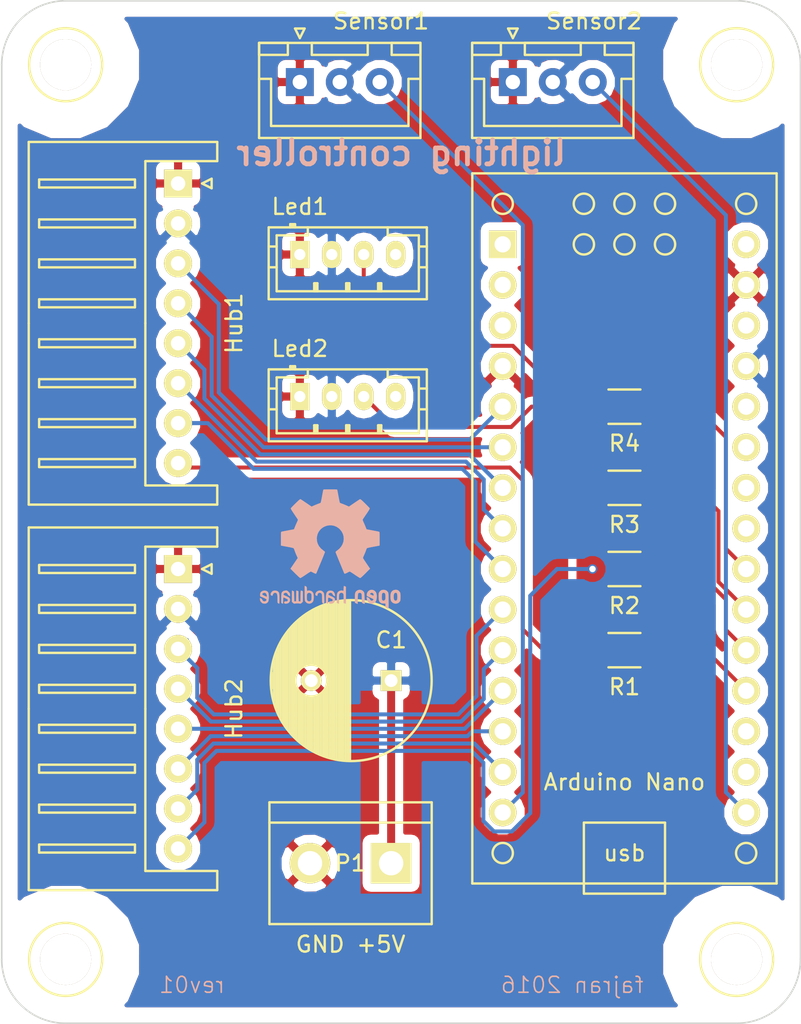
<source format=kicad_pcb>
(kicad_pcb (version 4) (host pcbnew 4.0.3+e1-6302~38~ubuntu15.04.1-stable)

  (general
    (links 37)
    (no_connects 0)
    (area 49.899999 34.899999 155.100001 140.100001)
    (thickness 1.6)
    (drawings 16)
    (tracks 118)
    (zones 0)
    (modules 18)
    (nets 36)
  )

  (page A4)
  (layers
    (0 F.Cu signal)
    (31 B.Cu signal)
    (32 B.Adhes user)
    (33 F.Adhes user)
    (34 B.Paste user)
    (35 F.Paste user)
    (36 B.SilkS user)
    (37 F.SilkS user)
    (38 B.Mask user)
    (39 F.Mask user)
    (40 Dwgs.User user)
    (41 Cmts.User user)
    (42 Eco1.User user hide)
    (43 Eco2.User user)
    (44 Edge.Cuts user)
    (45 Margin user)
    (46 B.CrtYd user)
    (47 F.CrtYd user)
    (48 B.Fab user)
    (49 F.Fab user)
  )

  (setup
    (last_trace_width 0.25)
    (trace_clearance 0.2)
    (zone_clearance 0.508)
    (zone_45_only yes)
    (trace_min 0.2)
    (segment_width 0.2)
    (edge_width 0.1)
    (via_size 0.6)
    (via_drill 0.4)
    (via_min_size 0.4)
    (via_min_drill 0.3)
    (uvia_size 0.3)
    (uvia_drill 0.1)
    (uvias_allowed no)
    (uvia_min_size 0.2)
    (uvia_min_drill 0.1)
    (pcb_text_width 0.3)
    (pcb_text_size 1.5 1.5)
    (mod_edge_width 0.15)
    (mod_text_size 1 1)
    (mod_text_width 0.15)
    (pad_size 3.2 3.2)
    (pad_drill 3.2)
    (pad_to_mask_clearance 0)
    (aux_axis_origin 0 0)
    (visible_elements FFFFFF7F)
    (pcbplotparams
      (layerselection 0x010f0_80000001)
      (usegerberextensions false)
      (excludeedgelayer true)
      (linewidth 0.100000)
      (plotframeref false)
      (viasonmask false)
      (mode 1)
      (useauxorigin false)
      (hpglpennumber 1)
      (hpglpenspeed 20)
      (hpglpendiameter 15)
      (hpglpenoverlay 2)
      (psnegative false)
      (psa4output false)
      (plotreference true)
      (plotvalue true)
      (plotinvisibletext false)
      (padsonsilk false)
      (subtractmaskfromsilk false)
      (outputformat 1)
      (mirror false)
      (drillshape 0)
      (scaleselection 1)
      (outputdirectory gerber))
  )

  (net 0 "")
  (net 1 "Net-(Arduino1-Pad1)")
  (net 2 "Net-(Arduino1-Pad2)")
  (net 3 "Net-(Arduino1-Pad3)")
  (net 4 GND)
  (net 5 /In1)
  (net 6 /In2)
  (net 7 /In3)
  (net 8 /In4)
  (net 9 /In5)
  (net 10 /In6)
  (net 11 /In7)
  (net 12 /In8)
  (net 13 /In9)
  (net 14 /In10)
  (net 15 /In11)
  (net 16 /In12)
  (net 17 "Net-(Arduino1-Pad17)")
  (net 18 "Net-(Arduino1-Pad18)")
  (net 19 /Out1)
  (net 20 /Out2)
  (net 21 /Out3)
  (net 22 /Out4)
  (net 23 "Net-(Arduino1-Pad23)")
  (net 24 "Net-(Arduino1-Pad24)")
  (net 25 "Net-(Arduino1-Pad25)")
  (net 26 "Net-(Arduino1-Pad26)")
  (net 27 +5V)
  (net 28 "Net-(Arduino1-Pad28)")
  (net 29 "Net-(Hub1-Pad8)")
  (net 30 "Net-(Hub2-Pad8)")
  (net 31 "Net-(Led1-Pad3)")
  (net 32 "Net-(Led1-Pad4)")
  (net 33 "Net-(Led2-Pad3)")
  (net 34 "Net-(Led2-Pad4)")
  (net 35 "Net-(Arduino1-Pad30)")

  (net_class Default "This is the default net class."
    (clearance 0.2)
    (trace_width 0.25)
    (via_dia 0.6)
    (via_drill 0.4)
    (uvia_dia 0.3)
    (uvia_drill 0.1)
    (add_net /In1)
    (add_net /In10)
    (add_net /In11)
    (add_net /In12)
    (add_net /In2)
    (add_net /In3)
    (add_net /In4)
    (add_net /In5)
    (add_net /In6)
    (add_net /In7)
    (add_net /In8)
    (add_net /In9)
    (add_net /Out1)
    (add_net /Out2)
    (add_net /Out3)
    (add_net /Out4)
    (add_net "Net-(Arduino1-Pad1)")
    (add_net "Net-(Arduino1-Pad17)")
    (add_net "Net-(Arduino1-Pad18)")
    (add_net "Net-(Arduino1-Pad2)")
    (add_net "Net-(Arduino1-Pad23)")
    (add_net "Net-(Arduino1-Pad24)")
    (add_net "Net-(Arduino1-Pad25)")
    (add_net "Net-(Arduino1-Pad26)")
    (add_net "Net-(Arduino1-Pad28)")
    (add_net "Net-(Arduino1-Pad3)")
    (add_net "Net-(Arduino1-Pad30)")
    (add_net "Net-(Hub1-Pad8)")
    (add_net "Net-(Hub2-Pad8)")
    (add_net "Net-(Led1-Pad3)")
    (add_net "Net-(Led1-Pad4)")
    (add_net "Net-(Led2-Pad3)")
    (add_net "Net-(Led2-Pad4)")
  )

  (net_class VCC ""
    (clearance 0.2)
    (trace_width 0.5)
    (via_dia 0.6)
    (via_drill 0.4)
    (uvia_dia 0.3)
    (uvia_drill 0.1)
    (add_net +5V)
    (add_net GND)
  )

  (module "Arduino:Arduino Nano Shield" (layer F.Cu) (tedit 57C09FF8) (tstamp 57B61F87)
    (at 93.98 73.025)
    (path /57898145)
    (fp_text reference "Arduino Nano" (at 0 15.875) (layer F.SilkS)
      (effects (font (size 1 1) (thickness 0.15)))
    )
    (fp_text value "Arduino Nano" (at 0 -24.13) (layer F.Fab)
      (effects (font (size 1 1) (thickness 0.15)))
    )
    (fp_line (start -9.525 -22.225) (end 9.525 -22.225) (layer F.SilkS) (width 0.15))
    (fp_line (start 9.525 -22.225) (end 9.525 22.225) (layer F.SilkS) (width 0.15))
    (fp_line (start 9.525 22.225) (end -9.525 22.225) (layer F.SilkS) (width 0.15))
    (fp_line (start -9.525 22.225) (end -9.525 -22.225) (layer F.SilkS) (width 0.15))
    (fp_circle (center -7.62 20.32) (end -6.985 20.32) (layer F.SilkS) (width 0.15))
    (fp_circle (center 7.62 20.32) (end 8.255 20.32) (layer F.SilkS) (width 0.15))
    (fp_circle (center -7.62 -20.32) (end -6.985 -20.32) (layer F.SilkS) (width 0.15))
    (fp_circle (center 7.62 -20.32) (end 8.255 -20.32) (layer F.SilkS) (width 0.15))
    (fp_circle (center -2.54 -20.32) (end -1.905 -20.32) (layer F.SilkS) (width 0.15))
    (fp_circle (center -2.54 -17.78) (end -1.905 -17.78) (layer F.SilkS) (width 0.15))
    (fp_circle (center 2.54 -17.78) (end 3.175 -17.78) (layer F.SilkS) (width 0.15))
    (fp_circle (center 2.54 -20.32) (end 3.175 -20.32) (layer F.SilkS) (width 0.15))
    (fp_circle (center 0 -20.32) (end 0.635 -20.32) (layer F.SilkS) (width 0.15))
    (fp_circle (center 0 -17.78) (end 0.635 -17.78) (layer F.SilkS) (width 0.15))
    (fp_line (start 2.54 18.415) (end -2.54 18.415) (layer F.SilkS) (width 0.15))
    (fp_line (start -2.54 22.86) (end 2.54 22.86) (layer F.SilkS) (width 0.15))
    (fp_line (start -2.54 22.86) (end -2.54 18.415) (layer F.SilkS) (width 0.15))
    (fp_line (start 2.54 18.415) (end 2.54 22.86) (layer F.SilkS) (width 0.15))
    (fp_text user usb (at 0 20.32) (layer F.SilkS)
      (effects (font (size 1 1) (thickness 0.15)))
    )
    (pad 1 thru_hole rect (at -7.62 -17.78) (size 1.7272 1.7272) (drill 1.016) (layers *.Cu *.Mask F.SilkS)
      (net 1 "Net-(Arduino1-Pad1)"))
    (pad 2 thru_hole circle (at -7.62 -15.24) (size 1.7272 1.7272) (drill 1.016) (layers *.Cu *.Mask F.SilkS)
      (net 2 "Net-(Arduino1-Pad2)"))
    (pad 3 thru_hole circle (at -7.62 -12.7) (size 1.7272 1.7272) (drill 1.016) (layers *.Cu *.Mask F.SilkS)
      (net 3 "Net-(Arduino1-Pad3)"))
    (pad 4 thru_hole circle (at -7.62 -10.16) (size 1.7272 1.7272) (drill 1.016) (layers *.Cu *.Mask F.SilkS)
      (net 4 GND))
    (pad 5 thru_hole circle (at -7.62 -7.62) (size 1.7272 1.7272) (drill 1.016) (layers *.Cu *.Mask F.SilkS)
      (net 5 /In1))
    (pad 6 thru_hole circle (at -7.62 -5.08) (size 1.7272 1.7272) (drill 1.016) (layers *.Cu *.Mask F.SilkS)
      (net 6 /In2))
    (pad 7 thru_hole circle (at -7.62 -2.54) (size 1.7272 1.7272) (drill 1.016) (layers *.Cu *.Mask F.SilkS)
      (net 7 /In3))
    (pad 8 thru_hole circle (at -7.62 0) (size 1.7272 1.7272) (drill 1.016) (layers *.Cu *.Mask F.SilkS)
      (net 8 /In4))
    (pad 9 thru_hole circle (at -7.62 2.54) (size 1.7272 1.7272) (drill 1.016) (layers *.Cu *.Mask F.SilkS)
      (net 9 /In5))
    (pad 10 thru_hole circle (at -7.62 5.08) (size 1.7272 1.7272) (drill 1.016) (layers *.Cu *.Mask F.SilkS)
      (net 10 /In6))
    (pad 11 thru_hole circle (at -7.62 7.62) (size 1.7272 1.7272) (drill 1.016) (layers *.Cu *.Mask F.SilkS)
      (net 11 /In7))
    (pad 12 thru_hole circle (at -7.62 10.16) (size 1.7272 1.7272) (drill 1.016) (layers *.Cu *.Mask F.SilkS)
      (net 12 /In8))
    (pad 13 thru_hole circle (at -7.62 12.7) (size 1.7272 1.7272) (drill 1.016) (layers *.Cu *.Mask F.SilkS)
      (net 13 /In9))
    (pad 14 thru_hole circle (at -7.62 15.24) (size 1.7272 1.7272) (drill 1.016) (layers *.Cu *.Mask F.SilkS)
      (net 14 /In10))
    (pad 15 thru_hole circle (at -7.62 17.78) (size 1.7272 1.7272) (drill 1.016) (layers *.Cu *.Mask F.SilkS)
      (net 15 /In11))
    (pad 16 thru_hole circle (at 7.62 17.78) (size 1.7272 1.7272) (drill 1.016) (layers *.Cu *.Mask F.SilkS)
      (net 16 /In12))
    (pad 17 thru_hole circle (at 7.62 15.24) (size 1.7272 1.7272) (drill 1.016) (layers *.Cu *.Mask F.SilkS)
      (net 17 "Net-(Arduino1-Pad17)"))
    (pad 18 thru_hole circle (at 7.62 12.7) (size 1.7272 1.7272) (drill 1.016) (layers *.Cu *.Mask F.SilkS)
      (net 18 "Net-(Arduino1-Pad18)"))
    (pad 19 thru_hole circle (at 7.62 10.16) (size 1.7272 1.7272) (drill 1.016) (layers *.Cu *.Mask F.SilkS)
      (net 19 /Out1))
    (pad 20 thru_hole circle (at 7.62 7.62) (size 1.7272 1.7272) (drill 1.016) (layers *.Cu *.Mask F.SilkS)
      (net 20 /Out2))
    (pad 21 thru_hole circle (at 7.62 5.08) (size 1.7272 1.7272) (drill 1.016) (layers *.Cu *.Mask F.SilkS)
      (net 21 /Out3))
    (pad 22 thru_hole circle (at 7.62 2.54) (size 1.7272 1.7272) (drill 1.016) (layers *.Cu *.Mask F.SilkS)
      (net 22 /Out4))
    (pad 23 thru_hole circle (at 7.62 0) (size 1.7272 1.7272) (drill 1.016) (layers *.Cu *.Mask F.SilkS)
      (net 23 "Net-(Arduino1-Pad23)"))
    (pad 24 thru_hole circle (at 7.62 -2.54) (size 1.7272 1.7272) (drill 1.016) (layers *.Cu *.Mask F.SilkS)
      (net 24 "Net-(Arduino1-Pad24)"))
    (pad 25 thru_hole circle (at 7.62 -5.08) (size 1.7272 1.7272) (drill 1.016) (layers *.Cu *.Mask F.SilkS)
      (net 25 "Net-(Arduino1-Pad25)"))
    (pad 26 thru_hole circle (at 7.62 -7.62) (size 1.7272 1.7272) (drill 1.016) (layers *.Cu *.Mask F.SilkS)
      (net 26 "Net-(Arduino1-Pad26)"))
    (pad 27 thru_hole circle (at 7.62 -10.16) (size 1.7272 1.7272) (drill 1.016) (layers *.Cu *.Mask F.SilkS)
      (net 27 +5V))
    (pad 28 thru_hole circle (at 7.62 -12.7) (size 1.7272 1.7272) (drill 1.016) (layers *.Cu *.Mask F.SilkS)
      (net 28 "Net-(Arduino1-Pad28)"))
    (pad 29 thru_hole circle (at 7.62 -15.24) (size 1.7272 1.7272) (drill 1.016) (layers *.Cu *.Mask F.SilkS)
      (net 4 GND))
    (pad 30 thru_hole circle (at 7.62 -17.78) (size 1.7272 1.7272) (drill 1.016) (layers *.Cu *.Mask F.SilkS)
      (net 35 "Net-(Arduino1-Pad30)"))
  )

  (module Capacitors_ThroughHole:C_Radial_D10_L20_P5 (layer F.Cu) (tedit 57B61B6C) (tstamp 57B60D1E)
    (at 79.375 82.55 180)
    (descr "Radial Electrolytic Capacitor Diameter 10mm x Length 20mm, Pitch 5mm")
    (tags "Electrolytic Capacitor")
    (path /57AEDBE0)
    (fp_text reference C1 (at 0 2.54 180) (layer F.SilkS)
      (effects (font (size 1 1) (thickness 0.15)))
    )
    (fp_text value CP (at 2.54 0 180) (layer F.Fab)
      (effects (font (size 1 1) (thickness 0.15)))
    )
    (fp_line (start 2.575 -4.999) (end 2.575 4.999) (layer F.SilkS) (width 0.15))
    (fp_line (start 2.715 -4.995) (end 2.715 4.995) (layer F.SilkS) (width 0.15))
    (fp_line (start 2.855 -4.987) (end 2.855 4.987) (layer F.SilkS) (width 0.15))
    (fp_line (start 2.995 -4.975) (end 2.995 4.975) (layer F.SilkS) (width 0.15))
    (fp_line (start 3.135 -4.96) (end 3.135 4.96) (layer F.SilkS) (width 0.15))
    (fp_line (start 3.275 -4.94) (end 3.275 4.94) (layer F.SilkS) (width 0.15))
    (fp_line (start 3.415 -4.916) (end 3.415 4.916) (layer F.SilkS) (width 0.15))
    (fp_line (start 3.555 -4.887) (end 3.555 4.887) (layer F.SilkS) (width 0.15))
    (fp_line (start 3.695 -4.855) (end 3.695 4.855) (layer F.SilkS) (width 0.15))
    (fp_line (start 3.835 -4.818) (end 3.835 4.818) (layer F.SilkS) (width 0.15))
    (fp_line (start 3.975 -4.777) (end 3.975 4.777) (layer F.SilkS) (width 0.15))
    (fp_line (start 4.115 -4.732) (end 4.115 -0.466) (layer F.SilkS) (width 0.15))
    (fp_line (start 4.115 0.466) (end 4.115 4.732) (layer F.SilkS) (width 0.15))
    (fp_line (start 4.255 -4.682) (end 4.255 -0.667) (layer F.SilkS) (width 0.15))
    (fp_line (start 4.255 0.667) (end 4.255 4.682) (layer F.SilkS) (width 0.15))
    (fp_line (start 4.395 -4.627) (end 4.395 -0.796) (layer F.SilkS) (width 0.15))
    (fp_line (start 4.395 0.796) (end 4.395 4.627) (layer F.SilkS) (width 0.15))
    (fp_line (start 4.535 -4.567) (end 4.535 -0.885) (layer F.SilkS) (width 0.15))
    (fp_line (start 4.535 0.885) (end 4.535 4.567) (layer F.SilkS) (width 0.15))
    (fp_line (start 4.675 -4.502) (end 4.675 -0.946) (layer F.SilkS) (width 0.15))
    (fp_line (start 4.675 0.946) (end 4.675 4.502) (layer F.SilkS) (width 0.15))
    (fp_line (start 4.815 -4.432) (end 4.815 -0.983) (layer F.SilkS) (width 0.15))
    (fp_line (start 4.815 0.983) (end 4.815 4.432) (layer F.SilkS) (width 0.15))
    (fp_line (start 4.955 -4.356) (end 4.955 -0.999) (layer F.SilkS) (width 0.15))
    (fp_line (start 4.955 0.999) (end 4.955 4.356) (layer F.SilkS) (width 0.15))
    (fp_line (start 5.095 -4.274) (end 5.095 -0.995) (layer F.SilkS) (width 0.15))
    (fp_line (start 5.095 0.995) (end 5.095 4.274) (layer F.SilkS) (width 0.15))
    (fp_line (start 5.235 -4.186) (end 5.235 -0.972) (layer F.SilkS) (width 0.15))
    (fp_line (start 5.235 0.972) (end 5.235 4.186) (layer F.SilkS) (width 0.15))
    (fp_line (start 5.375 -4.091) (end 5.375 -0.927) (layer F.SilkS) (width 0.15))
    (fp_line (start 5.375 0.927) (end 5.375 4.091) (layer F.SilkS) (width 0.15))
    (fp_line (start 5.515 -3.989) (end 5.515 -0.857) (layer F.SilkS) (width 0.15))
    (fp_line (start 5.515 0.857) (end 5.515 3.989) (layer F.SilkS) (width 0.15))
    (fp_line (start 5.655 -3.879) (end 5.655 -0.756) (layer F.SilkS) (width 0.15))
    (fp_line (start 5.655 0.756) (end 5.655 3.879) (layer F.SilkS) (width 0.15))
    (fp_line (start 5.795 -3.761) (end 5.795 -0.607) (layer F.SilkS) (width 0.15))
    (fp_line (start 5.795 0.607) (end 5.795 3.761) (layer F.SilkS) (width 0.15))
    (fp_line (start 5.935 -3.633) (end 5.935 -0.355) (layer F.SilkS) (width 0.15))
    (fp_line (start 5.935 0.355) (end 5.935 3.633) (layer F.SilkS) (width 0.15))
    (fp_line (start 6.075 -3.496) (end 6.075 3.496) (layer F.SilkS) (width 0.15))
    (fp_line (start 6.215 -3.346) (end 6.215 3.346) (layer F.SilkS) (width 0.15))
    (fp_line (start 6.355 -3.184) (end 6.355 3.184) (layer F.SilkS) (width 0.15))
    (fp_line (start 6.495 -3.007) (end 6.495 3.007) (layer F.SilkS) (width 0.15))
    (fp_line (start 6.635 -2.811) (end 6.635 2.811) (layer F.SilkS) (width 0.15))
    (fp_line (start 6.775 -2.593) (end 6.775 2.593) (layer F.SilkS) (width 0.15))
    (fp_line (start 6.915 -2.347) (end 6.915 2.347) (layer F.SilkS) (width 0.15))
    (fp_line (start 7.055 -2.062) (end 7.055 2.062) (layer F.SilkS) (width 0.15))
    (fp_line (start 7.195 -1.72) (end 7.195 1.72) (layer F.SilkS) (width 0.15))
    (fp_line (start 7.335 -1.274) (end 7.335 1.274) (layer F.SilkS) (width 0.15))
    (fp_line (start 7.475 -0.499) (end 7.475 0.499) (layer F.SilkS) (width 0.15))
    (fp_circle (center 5 0) (end 5 -1) (layer F.SilkS) (width 0.15))
    (fp_circle (center 2.5 0) (end 2.5 -5.0375) (layer F.SilkS) (width 0.15))
    (fp_circle (center 2.5 0) (end 2.5 -5.3) (layer F.CrtYd) (width 0.05))
    (pad 1 thru_hole rect (at 0 0 180) (size 1.3 1.3) (drill 0.8) (layers *.Cu *.Mask F.SilkS)
      (net 27 +5V))
    (pad 2 thru_hole circle (at 5 0 180) (size 1.3 1.3) (drill 0.8) (layers *.Cu *.Mask F.SilkS)
      (net 4 GND))
    (model Capacitors_ThroughHole.3dshapes/C_Radial_D10_L20_P5.wrl
      (at (xyz 0 0 0))
      (scale (xyz 1 1 1))
      (rotate (xyz 0 0 0))
    )
  )

  (module Connectors_JST:JST_XH_S08B-XH-A_08x2.50mm_Angled (layer F.Cu) (tedit 56F07245) (tstamp 57B60D2A)
    (at 66.04 51.435 270)
    (descr "JST XH series connector, S08B-XH-A, side entry type, through hole")
    (tags "connector jst xh tht side horizontal angled 2.50mm")
    (path /57AED1D7)
    (fp_text reference Hub1 (at 8.75 -3.5 270) (layer F.SilkS)
      (effects (font (size 1 1) (thickness 0.15)))
    )
    (fp_text value "Cabinet Hub" (at 8.75 10.3 270) (layer F.Fab)
      (effects (font (size 1 1) (thickness 0.15)))
    )
    (fp_line (start -2.95 -2.8) (end -2.95 9.7) (layer F.CrtYd) (width 0.05))
    (fp_line (start -2.95 9.7) (end 20.45 9.7) (layer F.CrtYd) (width 0.05))
    (fp_line (start 20.45 9.7) (end 20.45 -2.8) (layer F.CrtYd) (width 0.05))
    (fp_line (start 20.45 -2.8) (end -2.95 -2.8) (layer F.CrtYd) (width 0.05))
    (fp_line (start 8.75 9.35) (end -2.6 9.35) (layer F.SilkS) (width 0.15))
    (fp_line (start -2.6 9.35) (end -2.6 -2.45) (layer F.SilkS) (width 0.15))
    (fp_line (start -2.6 -2.45) (end -1.4 -2.45) (layer F.SilkS) (width 0.15))
    (fp_line (start -1.4 -2.45) (end -1.4 2.05) (layer F.SilkS) (width 0.15))
    (fp_line (start -1.4 2.05) (end 8.75 2.05) (layer F.SilkS) (width 0.15))
    (fp_line (start 8.75 9.35) (end 20.1 9.35) (layer F.SilkS) (width 0.15))
    (fp_line (start 20.1 9.35) (end 20.1 -2.45) (layer F.SilkS) (width 0.15))
    (fp_line (start 20.1 -2.45) (end 18.9 -2.45) (layer F.SilkS) (width 0.15))
    (fp_line (start 18.9 -2.45) (end 18.9 2.05) (layer F.SilkS) (width 0.15))
    (fp_line (start 18.9 2.05) (end 8.75 2.05) (layer F.SilkS) (width 0.15))
    (fp_line (start -0.25 2.7) (end -0.25 8.7) (layer F.SilkS) (width 0.15))
    (fp_line (start -0.25 8.7) (end 0.25 8.7) (layer F.SilkS) (width 0.15))
    (fp_line (start 0.25 8.7) (end 0.25 2.7) (layer F.SilkS) (width 0.15))
    (fp_line (start 0.25 2.7) (end -0.25 2.7) (layer F.SilkS) (width 0.15))
    (fp_line (start 2.25 2.7) (end 2.25 8.7) (layer F.SilkS) (width 0.15))
    (fp_line (start 2.25 8.7) (end 2.75 8.7) (layer F.SilkS) (width 0.15))
    (fp_line (start 2.75 8.7) (end 2.75 2.7) (layer F.SilkS) (width 0.15))
    (fp_line (start 2.75 2.7) (end 2.25 2.7) (layer F.SilkS) (width 0.15))
    (fp_line (start 4.75 2.7) (end 4.75 8.7) (layer F.SilkS) (width 0.15))
    (fp_line (start 4.75 8.7) (end 5.25 8.7) (layer F.SilkS) (width 0.15))
    (fp_line (start 5.25 8.7) (end 5.25 2.7) (layer F.SilkS) (width 0.15))
    (fp_line (start 5.25 2.7) (end 4.75 2.7) (layer F.SilkS) (width 0.15))
    (fp_line (start 7.25 2.7) (end 7.25 8.7) (layer F.SilkS) (width 0.15))
    (fp_line (start 7.25 8.7) (end 7.75 8.7) (layer F.SilkS) (width 0.15))
    (fp_line (start 7.75 8.7) (end 7.75 2.7) (layer F.SilkS) (width 0.15))
    (fp_line (start 7.75 2.7) (end 7.25 2.7) (layer F.SilkS) (width 0.15))
    (fp_line (start 9.75 2.7) (end 9.75 8.7) (layer F.SilkS) (width 0.15))
    (fp_line (start 9.75 8.7) (end 10.25 8.7) (layer F.SilkS) (width 0.15))
    (fp_line (start 10.25 8.7) (end 10.25 2.7) (layer F.SilkS) (width 0.15))
    (fp_line (start 10.25 2.7) (end 9.75 2.7) (layer F.SilkS) (width 0.15))
    (fp_line (start 12.25 2.7) (end 12.25 8.7) (layer F.SilkS) (width 0.15))
    (fp_line (start 12.25 8.7) (end 12.75 8.7) (layer F.SilkS) (width 0.15))
    (fp_line (start 12.75 8.7) (end 12.75 2.7) (layer F.SilkS) (width 0.15))
    (fp_line (start 12.75 2.7) (end 12.25 2.7) (layer F.SilkS) (width 0.15))
    (fp_line (start 14.75 2.7) (end 14.75 8.7) (layer F.SilkS) (width 0.15))
    (fp_line (start 14.75 8.7) (end 15.25 8.7) (layer F.SilkS) (width 0.15))
    (fp_line (start 15.25 8.7) (end 15.25 2.7) (layer F.SilkS) (width 0.15))
    (fp_line (start 15.25 2.7) (end 14.75 2.7) (layer F.SilkS) (width 0.15))
    (fp_line (start 17.25 2.7) (end 17.25 8.7) (layer F.SilkS) (width 0.15))
    (fp_line (start 17.25 8.7) (end 17.75 8.7) (layer F.SilkS) (width 0.15))
    (fp_line (start 17.75 8.7) (end 17.75 2.7) (layer F.SilkS) (width 0.15))
    (fp_line (start 17.75 2.7) (end 17.25 2.7) (layer F.SilkS) (width 0.15))
    (fp_line (start 0 -1.5) (end -0.3 -2.1) (layer F.SilkS) (width 0.15))
    (fp_line (start -0.3 -2.1) (end 0.3 -2.1) (layer F.SilkS) (width 0.15))
    (fp_line (start 0.3 -2.1) (end 0 -1.5) (layer F.SilkS) (width 0.15))
    (pad 1 thru_hole rect (at 0 0 270) (size 1.75 1.75) (drill 0.9) (layers *.Cu *.Mask F.SilkS)
      (net 4 GND))
    (pad 2 thru_hole circle (at 2.5 0 270) (size 1.75 1.75) (drill 0.9) (layers *.Cu *.Mask F.SilkS)
      (net 27 +5V))
    (pad 3 thru_hole circle (at 5 0 270) (size 1.75 1.75) (drill 0.9) (layers *.Cu *.Mask F.SilkS)
      (net 5 /In1))
    (pad 4 thru_hole circle (at 7.5 0 270) (size 1.75 1.75) (drill 0.9) (layers *.Cu *.Mask F.SilkS)
      (net 6 /In2))
    (pad 5 thru_hole circle (at 10 0 270) (size 1.75 1.75) (drill 0.9) (layers *.Cu *.Mask F.SilkS)
      (net 7 /In3))
    (pad 6 thru_hole circle (at 12.5 0 270) (size 1.75 1.75) (drill 0.9) (layers *.Cu *.Mask F.SilkS)
      (net 8 /In4))
    (pad 7 thru_hole circle (at 15 0 270) (size 1.75 1.75) (drill 0.9) (layers *.Cu *.Mask F.SilkS)
      (net 9 /In5))
    (pad 8 thru_hole circle (at 17.5 0 270) (size 1.75 1.75) (drill 0.9) (layers *.Cu *.Mask F.SilkS)
      (net 29 "Net-(Hub1-Pad8)"))
    (model Connectors_JST.3dshapes/JST_XH_S08B-XH-A_08x2.50mm_Angled.wrl
      (at (xyz 0 0 0))
      (scale (xyz 1 1 1))
      (rotate (xyz 0 0 0))
    )
  )

  (module Connectors_JST:JST_XH_S08B-XH-A_08x2.50mm_Angled (layer F.Cu) (tedit 56F07245) (tstamp 57B60D36)
    (at 66.04 75.565 270)
    (descr "JST XH series connector, S08B-XH-A, side entry type, through hole")
    (tags "connector jst xh tht side horizontal angled 2.50mm")
    (path /57AED832)
    (fp_text reference Hub2 (at 8.75 -3.5 270) (layer F.SilkS)
      (effects (font (size 1 1) (thickness 0.15)))
    )
    (fp_text value "Cabinet Hub" (at 8.75 10.3 270) (layer F.Fab)
      (effects (font (size 1 1) (thickness 0.15)))
    )
    (fp_line (start -2.95 -2.8) (end -2.95 9.7) (layer F.CrtYd) (width 0.05))
    (fp_line (start -2.95 9.7) (end 20.45 9.7) (layer F.CrtYd) (width 0.05))
    (fp_line (start 20.45 9.7) (end 20.45 -2.8) (layer F.CrtYd) (width 0.05))
    (fp_line (start 20.45 -2.8) (end -2.95 -2.8) (layer F.CrtYd) (width 0.05))
    (fp_line (start 8.75 9.35) (end -2.6 9.35) (layer F.SilkS) (width 0.15))
    (fp_line (start -2.6 9.35) (end -2.6 -2.45) (layer F.SilkS) (width 0.15))
    (fp_line (start -2.6 -2.45) (end -1.4 -2.45) (layer F.SilkS) (width 0.15))
    (fp_line (start -1.4 -2.45) (end -1.4 2.05) (layer F.SilkS) (width 0.15))
    (fp_line (start -1.4 2.05) (end 8.75 2.05) (layer F.SilkS) (width 0.15))
    (fp_line (start 8.75 9.35) (end 20.1 9.35) (layer F.SilkS) (width 0.15))
    (fp_line (start 20.1 9.35) (end 20.1 -2.45) (layer F.SilkS) (width 0.15))
    (fp_line (start 20.1 -2.45) (end 18.9 -2.45) (layer F.SilkS) (width 0.15))
    (fp_line (start 18.9 -2.45) (end 18.9 2.05) (layer F.SilkS) (width 0.15))
    (fp_line (start 18.9 2.05) (end 8.75 2.05) (layer F.SilkS) (width 0.15))
    (fp_line (start -0.25 2.7) (end -0.25 8.7) (layer F.SilkS) (width 0.15))
    (fp_line (start -0.25 8.7) (end 0.25 8.7) (layer F.SilkS) (width 0.15))
    (fp_line (start 0.25 8.7) (end 0.25 2.7) (layer F.SilkS) (width 0.15))
    (fp_line (start 0.25 2.7) (end -0.25 2.7) (layer F.SilkS) (width 0.15))
    (fp_line (start 2.25 2.7) (end 2.25 8.7) (layer F.SilkS) (width 0.15))
    (fp_line (start 2.25 8.7) (end 2.75 8.7) (layer F.SilkS) (width 0.15))
    (fp_line (start 2.75 8.7) (end 2.75 2.7) (layer F.SilkS) (width 0.15))
    (fp_line (start 2.75 2.7) (end 2.25 2.7) (layer F.SilkS) (width 0.15))
    (fp_line (start 4.75 2.7) (end 4.75 8.7) (layer F.SilkS) (width 0.15))
    (fp_line (start 4.75 8.7) (end 5.25 8.7) (layer F.SilkS) (width 0.15))
    (fp_line (start 5.25 8.7) (end 5.25 2.7) (layer F.SilkS) (width 0.15))
    (fp_line (start 5.25 2.7) (end 4.75 2.7) (layer F.SilkS) (width 0.15))
    (fp_line (start 7.25 2.7) (end 7.25 8.7) (layer F.SilkS) (width 0.15))
    (fp_line (start 7.25 8.7) (end 7.75 8.7) (layer F.SilkS) (width 0.15))
    (fp_line (start 7.75 8.7) (end 7.75 2.7) (layer F.SilkS) (width 0.15))
    (fp_line (start 7.75 2.7) (end 7.25 2.7) (layer F.SilkS) (width 0.15))
    (fp_line (start 9.75 2.7) (end 9.75 8.7) (layer F.SilkS) (width 0.15))
    (fp_line (start 9.75 8.7) (end 10.25 8.7) (layer F.SilkS) (width 0.15))
    (fp_line (start 10.25 8.7) (end 10.25 2.7) (layer F.SilkS) (width 0.15))
    (fp_line (start 10.25 2.7) (end 9.75 2.7) (layer F.SilkS) (width 0.15))
    (fp_line (start 12.25 2.7) (end 12.25 8.7) (layer F.SilkS) (width 0.15))
    (fp_line (start 12.25 8.7) (end 12.75 8.7) (layer F.SilkS) (width 0.15))
    (fp_line (start 12.75 8.7) (end 12.75 2.7) (layer F.SilkS) (width 0.15))
    (fp_line (start 12.75 2.7) (end 12.25 2.7) (layer F.SilkS) (width 0.15))
    (fp_line (start 14.75 2.7) (end 14.75 8.7) (layer F.SilkS) (width 0.15))
    (fp_line (start 14.75 8.7) (end 15.25 8.7) (layer F.SilkS) (width 0.15))
    (fp_line (start 15.25 8.7) (end 15.25 2.7) (layer F.SilkS) (width 0.15))
    (fp_line (start 15.25 2.7) (end 14.75 2.7) (layer F.SilkS) (width 0.15))
    (fp_line (start 17.25 2.7) (end 17.25 8.7) (layer F.SilkS) (width 0.15))
    (fp_line (start 17.25 8.7) (end 17.75 8.7) (layer F.SilkS) (width 0.15))
    (fp_line (start 17.75 8.7) (end 17.75 2.7) (layer F.SilkS) (width 0.15))
    (fp_line (start 17.75 2.7) (end 17.25 2.7) (layer F.SilkS) (width 0.15))
    (fp_line (start 0 -1.5) (end -0.3 -2.1) (layer F.SilkS) (width 0.15))
    (fp_line (start -0.3 -2.1) (end 0.3 -2.1) (layer F.SilkS) (width 0.15))
    (fp_line (start 0.3 -2.1) (end 0 -1.5) (layer F.SilkS) (width 0.15))
    (pad 1 thru_hole rect (at 0 0 270) (size 1.75 1.75) (drill 0.9) (layers *.Cu *.Mask F.SilkS)
      (net 4 GND))
    (pad 2 thru_hole circle (at 2.5 0 270) (size 1.75 1.75) (drill 0.9) (layers *.Cu *.Mask F.SilkS)
      (net 27 +5V))
    (pad 3 thru_hole circle (at 5 0 270) (size 1.75 1.75) (drill 0.9) (layers *.Cu *.Mask F.SilkS)
      (net 10 /In6))
    (pad 4 thru_hole circle (at 7.5 0 270) (size 1.75 1.75) (drill 0.9) (layers *.Cu *.Mask F.SilkS)
      (net 11 /In7))
    (pad 5 thru_hole circle (at 10 0 270) (size 1.75 1.75) (drill 0.9) (layers *.Cu *.Mask F.SilkS)
      (net 12 /In8))
    (pad 6 thru_hole circle (at 12.5 0 270) (size 1.75 1.75) (drill 0.9) (layers *.Cu *.Mask F.SilkS)
      (net 13 /In9))
    (pad 7 thru_hole circle (at 15 0 270) (size 1.75 1.75) (drill 0.9) (layers *.Cu *.Mask F.SilkS)
      (net 14 /In10))
    (pad 8 thru_hole circle (at 17.5 0 270) (size 1.75 1.75) (drill 0.9) (layers *.Cu *.Mask F.SilkS)
      (net 30 "Net-(Hub2-Pad8)"))
    (model Connectors_JST.3dshapes/JST_XH_S08B-XH-A_08x2.50mm_Angled.wrl
      (at (xyz 0 0 0))
      (scale (xyz 1 1 1))
      (rotate (xyz 0 0 0))
    )
  )

  (module Connectors_JST:JST_PH_B4B-PH-K_04x2.00mm_Straight (layer F.Cu) (tedit 56B07786) (tstamp 57B60D45)
    (at 73.66 55.88)
    (descr http://www.jst-mfg.com/product/pdf/eng/ePH.pdf)
    (tags "connector jst ph")
    (path /57B60C61)
    (fp_text reference Led1 (at 0 -3) (layer F.SilkS)
      (effects (font (size 1 1) (thickness 0.15)))
    )
    (fp_text value Led (at 3 4) (layer F.Fab)
      (effects (font (size 1 1) (thickness 0.15)))
    )
    (fp_line (start -1.95 2.8) (end -1.95 -1.7) (layer F.SilkS) (width 0.15))
    (fp_line (start -1.95 -1.7) (end 7.95 -1.7) (layer F.SilkS) (width 0.15))
    (fp_line (start 7.95 -1.7) (end 7.95 2.8) (layer F.SilkS) (width 0.15))
    (fp_line (start 7.95 2.8) (end -1.95 2.8) (layer F.SilkS) (width 0.15))
    (fp_line (start 0.5 -1.7) (end 0.5 -1.2) (layer F.SilkS) (width 0.15))
    (fp_line (start 0.5 -1.2) (end -1.45 -1.2) (layer F.SilkS) (width 0.15))
    (fp_line (start -1.45 -1.2) (end -1.45 2.3) (layer F.SilkS) (width 0.15))
    (fp_line (start -1.45 2.3) (end 7.45 2.3) (layer F.SilkS) (width 0.15))
    (fp_line (start 7.45 2.3) (end 7.45 -1.2) (layer F.SilkS) (width 0.15))
    (fp_line (start 7.45 -1.2) (end 5.5 -1.2) (layer F.SilkS) (width 0.15))
    (fp_line (start 5.5 -1.2) (end 5.5 -1.7) (layer F.SilkS) (width 0.15))
    (fp_line (start -1.95 -0.5) (end -1.45 -0.5) (layer F.SilkS) (width 0.15))
    (fp_line (start -1.95 0.8) (end -1.45 0.8) (layer F.SilkS) (width 0.15))
    (fp_line (start 7.45 -0.5) (end 7.95 -0.5) (layer F.SilkS) (width 0.15))
    (fp_line (start 7.45 0.8) (end 7.95 0.8) (layer F.SilkS) (width 0.15))
    (fp_line (start -0.3 -1.7) (end -0.3 -1.9) (layer F.SilkS) (width 0.15))
    (fp_line (start -0.3 -1.9) (end -0.6 -1.9) (layer F.SilkS) (width 0.15))
    (fp_line (start -0.6 -1.9) (end -0.6 -1.7) (layer F.SilkS) (width 0.15))
    (fp_line (start -0.3 -1.8) (end -0.6 -1.8) (layer F.SilkS) (width 0.15))
    (fp_line (start 0.9 2.3) (end 0.9 1.8) (layer F.SilkS) (width 0.15))
    (fp_line (start 0.9 1.8) (end 1.1 1.8) (layer F.SilkS) (width 0.15))
    (fp_line (start 1.1 1.8) (end 1.1 2.3) (layer F.SilkS) (width 0.15))
    (fp_line (start 1 2.3) (end 1 1.8) (layer F.SilkS) (width 0.15))
    (fp_line (start 2.9 2.3) (end 2.9 1.8) (layer F.SilkS) (width 0.15))
    (fp_line (start 2.9 1.8) (end 3.1 1.8) (layer F.SilkS) (width 0.15))
    (fp_line (start 3.1 1.8) (end 3.1 2.3) (layer F.SilkS) (width 0.15))
    (fp_line (start 3 2.3) (end 3 1.8) (layer F.SilkS) (width 0.15))
    (fp_line (start 4.9 2.3) (end 4.9 1.8) (layer F.SilkS) (width 0.15))
    (fp_line (start 4.9 1.8) (end 5.1 1.8) (layer F.SilkS) (width 0.15))
    (fp_line (start 5.1 1.8) (end 5.1 2.3) (layer F.SilkS) (width 0.15))
    (fp_line (start 5 2.3) (end 5 1.8) (layer F.SilkS) (width 0.15))
    (fp_line (start -2.45 3.3) (end -2.45 -2.2) (layer F.CrtYd) (width 0.05))
    (fp_line (start -2.45 -2.2) (end 8.45 -2.2) (layer F.CrtYd) (width 0.05))
    (fp_line (start 8.45 -2.2) (end 8.45 3.3) (layer F.CrtYd) (width 0.05))
    (fp_line (start 8.45 3.3) (end -2.45 3.3) (layer F.CrtYd) (width 0.05))
    (pad 1 thru_hole rect (at 0 0) (size 1.2 1.7) (drill 0.7) (layers *.Cu *.Mask F.SilkS)
      (net 4 GND))
    (pad 2 thru_hole oval (at 2 0) (size 1.2 1.7) (drill 0.7) (layers *.Cu *.Mask F.SilkS)
      (net 27 +5V))
    (pad 3 thru_hole oval (at 4 0) (size 1.2 1.7) (drill 0.7) (layers *.Cu *.Mask F.SilkS)
      (net 31 "Net-(Led1-Pad3)"))
    (pad 4 thru_hole oval (at 6 0) (size 1.2 1.7) (drill 0.7) (layers *.Cu *.Mask F.SilkS)
      (net 32 "Net-(Led1-Pad4)"))
  )

  (module Connectors_JST:JST_PH_B4B-PH-K_04x2.00mm_Straight (layer F.Cu) (tedit 56B07786) (tstamp 57B60D4D)
    (at 73.66 64.77)
    (descr http://www.jst-mfg.com/product/pdf/eng/ePH.pdf)
    (tags "connector jst ph")
    (path /57B60D0B)
    (fp_text reference Led2 (at 0 -3) (layer F.SilkS)
      (effects (font (size 1 1) (thickness 0.15)))
    )
    (fp_text value Led (at 3 4) (layer F.Fab)
      (effects (font (size 1 1) (thickness 0.15)))
    )
    (fp_line (start -1.95 2.8) (end -1.95 -1.7) (layer F.SilkS) (width 0.15))
    (fp_line (start -1.95 -1.7) (end 7.95 -1.7) (layer F.SilkS) (width 0.15))
    (fp_line (start 7.95 -1.7) (end 7.95 2.8) (layer F.SilkS) (width 0.15))
    (fp_line (start 7.95 2.8) (end -1.95 2.8) (layer F.SilkS) (width 0.15))
    (fp_line (start 0.5 -1.7) (end 0.5 -1.2) (layer F.SilkS) (width 0.15))
    (fp_line (start 0.5 -1.2) (end -1.45 -1.2) (layer F.SilkS) (width 0.15))
    (fp_line (start -1.45 -1.2) (end -1.45 2.3) (layer F.SilkS) (width 0.15))
    (fp_line (start -1.45 2.3) (end 7.45 2.3) (layer F.SilkS) (width 0.15))
    (fp_line (start 7.45 2.3) (end 7.45 -1.2) (layer F.SilkS) (width 0.15))
    (fp_line (start 7.45 -1.2) (end 5.5 -1.2) (layer F.SilkS) (width 0.15))
    (fp_line (start 5.5 -1.2) (end 5.5 -1.7) (layer F.SilkS) (width 0.15))
    (fp_line (start -1.95 -0.5) (end -1.45 -0.5) (layer F.SilkS) (width 0.15))
    (fp_line (start -1.95 0.8) (end -1.45 0.8) (layer F.SilkS) (width 0.15))
    (fp_line (start 7.45 -0.5) (end 7.95 -0.5) (layer F.SilkS) (width 0.15))
    (fp_line (start 7.45 0.8) (end 7.95 0.8) (layer F.SilkS) (width 0.15))
    (fp_line (start -0.3 -1.7) (end -0.3 -1.9) (layer F.SilkS) (width 0.15))
    (fp_line (start -0.3 -1.9) (end -0.6 -1.9) (layer F.SilkS) (width 0.15))
    (fp_line (start -0.6 -1.9) (end -0.6 -1.7) (layer F.SilkS) (width 0.15))
    (fp_line (start -0.3 -1.8) (end -0.6 -1.8) (layer F.SilkS) (width 0.15))
    (fp_line (start 0.9 2.3) (end 0.9 1.8) (layer F.SilkS) (width 0.15))
    (fp_line (start 0.9 1.8) (end 1.1 1.8) (layer F.SilkS) (width 0.15))
    (fp_line (start 1.1 1.8) (end 1.1 2.3) (layer F.SilkS) (width 0.15))
    (fp_line (start 1 2.3) (end 1 1.8) (layer F.SilkS) (width 0.15))
    (fp_line (start 2.9 2.3) (end 2.9 1.8) (layer F.SilkS) (width 0.15))
    (fp_line (start 2.9 1.8) (end 3.1 1.8) (layer F.SilkS) (width 0.15))
    (fp_line (start 3.1 1.8) (end 3.1 2.3) (layer F.SilkS) (width 0.15))
    (fp_line (start 3 2.3) (end 3 1.8) (layer F.SilkS) (width 0.15))
    (fp_line (start 4.9 2.3) (end 4.9 1.8) (layer F.SilkS) (width 0.15))
    (fp_line (start 4.9 1.8) (end 5.1 1.8) (layer F.SilkS) (width 0.15))
    (fp_line (start 5.1 1.8) (end 5.1 2.3) (layer F.SilkS) (width 0.15))
    (fp_line (start 5 2.3) (end 5 1.8) (layer F.SilkS) (width 0.15))
    (fp_line (start -2.45 3.3) (end -2.45 -2.2) (layer F.CrtYd) (width 0.05))
    (fp_line (start -2.45 -2.2) (end 8.45 -2.2) (layer F.CrtYd) (width 0.05))
    (fp_line (start 8.45 -2.2) (end 8.45 3.3) (layer F.CrtYd) (width 0.05))
    (fp_line (start 8.45 3.3) (end -2.45 3.3) (layer F.CrtYd) (width 0.05))
    (pad 1 thru_hole rect (at 0 0) (size 1.2 1.7) (drill 0.7) (layers *.Cu *.Mask F.SilkS)
      (net 4 GND))
    (pad 2 thru_hole oval (at 2 0) (size 1.2 1.7) (drill 0.7) (layers *.Cu *.Mask F.SilkS)
      (net 27 +5V))
    (pad 3 thru_hole oval (at 4 0) (size 1.2 1.7) (drill 0.7) (layers *.Cu *.Mask F.SilkS)
      (net 33 "Net-(Led2-Pad3)"))
    (pad 4 thru_hole oval (at 6 0) (size 1.2 1.7) (drill 0.7) (layers *.Cu *.Mask F.SilkS)
      (net 34 "Net-(Led2-Pad4)"))
  )

  (module Connect:bornier2 (layer F.Cu) (tedit 57B61B3E) (tstamp 57B60D53)
    (at 76.835 93.98 180)
    (descr "Bornier d'alimentation 2 pins")
    (tags DEV)
    (path /5789821A)
    (fp_text reference P1 (at 0 0 180) (layer F.SilkS)
      (effects (font (size 1 1) (thickness 0.15)))
    )
    (fp_text value Power (at 0 5.08 180) (layer F.Fab) hide
      (effects (font (size 1 1) (thickness 0.15)))
    )
    (fp_line (start 5.08 2.54) (end -5.08 2.54) (layer F.SilkS) (width 0.15))
    (fp_line (start 5.08 3.81) (end 5.08 -3.81) (layer F.SilkS) (width 0.15))
    (fp_line (start 5.08 -3.81) (end -5.08 -3.81) (layer F.SilkS) (width 0.15))
    (fp_line (start -5.08 -3.81) (end -5.08 3.81) (layer F.SilkS) (width 0.15))
    (fp_line (start -5.08 3.81) (end 5.08 3.81) (layer F.SilkS) (width 0.15))
    (pad 1 thru_hole rect (at -2.54 0 180) (size 2.54 2.54) (drill 1.524) (layers *.Cu *.Mask F.SilkS)
      (net 27 +5V))
    (pad 2 thru_hole circle (at 2.54 0 180) (size 2.54 2.54) (drill 1.524) (layers *.Cu *.Mask F.SilkS)
      (net 4 GND))
    (model Connect.3dshapes/bornier2.wrl
      (at (xyz 0 0 0))
      (scale (xyz 1 1 1))
      (rotate (xyz 0 0 0))
    )
  )

  (module Resistors_SMD:R_1206_HandSoldering (layer F.Cu) (tedit 5418A20D) (tstamp 57B60D59)
    (at 93.98 80.645 180)
    (descr "Resistor SMD 1206, hand soldering")
    (tags "resistor 1206")
    (path /57B545F2)
    (attr smd)
    (fp_text reference R1 (at 0 -2.3 180) (layer F.SilkS)
      (effects (font (size 1 1) (thickness 0.15)))
    )
    (fp_text value 470 (at 0 2.3 180) (layer F.Fab)
      (effects (font (size 1 1) (thickness 0.15)))
    )
    (fp_line (start -3.3 -1.2) (end 3.3 -1.2) (layer F.CrtYd) (width 0.05))
    (fp_line (start -3.3 1.2) (end 3.3 1.2) (layer F.CrtYd) (width 0.05))
    (fp_line (start -3.3 -1.2) (end -3.3 1.2) (layer F.CrtYd) (width 0.05))
    (fp_line (start 3.3 -1.2) (end 3.3 1.2) (layer F.CrtYd) (width 0.05))
    (fp_line (start 1 1.075) (end -1 1.075) (layer F.SilkS) (width 0.15))
    (fp_line (start -1 -1.075) (end 1 -1.075) (layer F.SilkS) (width 0.15))
    (pad 1 smd rect (at -2 0 180) (size 2 1.7) (layers F.Cu F.Paste F.Mask)
      (net 19 /Out1))
    (pad 2 smd rect (at 2 0 180) (size 2 1.7) (layers F.Cu F.Paste F.Mask)
      (net 29 "Net-(Hub1-Pad8)"))
    (model Resistors_SMD.3dshapes/R_1206_HandSoldering.wrl
      (at (xyz 0 0 0))
      (scale (xyz 1 1 1))
      (rotate (xyz 0 0 0))
    )
  )

  (module Resistors_SMD:R_1206_HandSoldering (layer F.Cu) (tedit 5418A20D) (tstamp 57B60D5F)
    (at 93.98 75.565 180)
    (descr "Resistor SMD 1206, hand soldering")
    (tags "resistor 1206")
    (path /57B549A1)
    (attr smd)
    (fp_text reference R2 (at 0 -2.3 180) (layer F.SilkS)
      (effects (font (size 1 1) (thickness 0.15)))
    )
    (fp_text value 470 (at 0 2.3 180) (layer F.Fab)
      (effects (font (size 1 1) (thickness 0.15)))
    )
    (fp_line (start -3.3 -1.2) (end 3.3 -1.2) (layer F.CrtYd) (width 0.05))
    (fp_line (start -3.3 1.2) (end 3.3 1.2) (layer F.CrtYd) (width 0.05))
    (fp_line (start -3.3 -1.2) (end -3.3 1.2) (layer F.CrtYd) (width 0.05))
    (fp_line (start 3.3 -1.2) (end 3.3 1.2) (layer F.CrtYd) (width 0.05))
    (fp_line (start 1 1.075) (end -1 1.075) (layer F.SilkS) (width 0.15))
    (fp_line (start -1 -1.075) (end 1 -1.075) (layer F.SilkS) (width 0.15))
    (pad 1 smd rect (at -2 0 180) (size 2 1.7) (layers F.Cu F.Paste F.Mask)
      (net 20 /Out2))
    (pad 2 smd rect (at 2 0 180) (size 2 1.7) (layers F.Cu F.Paste F.Mask)
      (net 30 "Net-(Hub2-Pad8)"))
    (model Resistors_SMD.3dshapes/R_1206_HandSoldering.wrl
      (at (xyz 0 0 0))
      (scale (xyz 1 1 1))
      (rotate (xyz 0 0 0))
    )
  )

  (module Resistors_SMD:R_1206_HandSoldering (layer F.Cu) (tedit 5418A20D) (tstamp 57B60D65)
    (at 93.98 70.485 180)
    (descr "Resistor SMD 1206, hand soldering")
    (tags "resistor 1206")
    (path /57B54B6B)
    (attr smd)
    (fp_text reference R3 (at 0 -2.3 180) (layer F.SilkS)
      (effects (font (size 1 1) (thickness 0.15)))
    )
    (fp_text value 470 (at 0 2.3 180) (layer F.Fab)
      (effects (font (size 1 1) (thickness 0.15)))
    )
    (fp_line (start -3.3 -1.2) (end 3.3 -1.2) (layer F.CrtYd) (width 0.05))
    (fp_line (start -3.3 1.2) (end 3.3 1.2) (layer F.CrtYd) (width 0.05))
    (fp_line (start -3.3 -1.2) (end -3.3 1.2) (layer F.CrtYd) (width 0.05))
    (fp_line (start 3.3 -1.2) (end 3.3 1.2) (layer F.CrtYd) (width 0.05))
    (fp_line (start 1 1.075) (end -1 1.075) (layer F.SilkS) (width 0.15))
    (fp_line (start -1 -1.075) (end 1 -1.075) (layer F.SilkS) (width 0.15))
    (pad 1 smd rect (at -2 0 180) (size 2 1.7) (layers F.Cu F.Paste F.Mask)
      (net 21 /Out3))
    (pad 2 smd rect (at 2 0 180) (size 2 1.7) (layers F.Cu F.Paste F.Mask)
      (net 31 "Net-(Led1-Pad3)"))
    (model Resistors_SMD.3dshapes/R_1206_HandSoldering.wrl
      (at (xyz 0 0 0))
      (scale (xyz 1 1 1))
      (rotate (xyz 0 0 0))
    )
  )

  (module Resistors_SMD:R_1206_HandSoldering (layer F.Cu) (tedit 5418A20D) (tstamp 57B60D6B)
    (at 93.98 65.405 180)
    (descr "Resistor SMD 1206, hand soldering")
    (tags "resistor 1206")
    (path /57B54C6F)
    (attr smd)
    (fp_text reference R4 (at 0 -2.3 180) (layer F.SilkS)
      (effects (font (size 1 1) (thickness 0.15)))
    )
    (fp_text value 470 (at 0 2.3 180) (layer F.Fab)
      (effects (font (size 1 1) (thickness 0.15)))
    )
    (fp_line (start -3.3 -1.2) (end 3.3 -1.2) (layer F.CrtYd) (width 0.05))
    (fp_line (start -3.3 1.2) (end 3.3 1.2) (layer F.CrtYd) (width 0.05))
    (fp_line (start -3.3 -1.2) (end -3.3 1.2) (layer F.CrtYd) (width 0.05))
    (fp_line (start 3.3 -1.2) (end 3.3 1.2) (layer F.CrtYd) (width 0.05))
    (fp_line (start 1 1.075) (end -1 1.075) (layer F.SilkS) (width 0.15))
    (fp_line (start -1 -1.075) (end 1 -1.075) (layer F.SilkS) (width 0.15))
    (pad 1 smd rect (at -2 0 180) (size 2 1.7) (layers F.Cu F.Paste F.Mask)
      (net 22 /Out4))
    (pad 2 smd rect (at 2 0 180) (size 2 1.7) (layers F.Cu F.Paste F.Mask)
      (net 33 "Net-(Led2-Pad3)"))
    (model Resistors_SMD.3dshapes/R_1206_HandSoldering.wrl
      (at (xyz 0 0 0))
      (scale (xyz 1 1 1))
      (rotate (xyz 0 0 0))
    )
  )

  (module Connectors_JST:JST_XH_B03B-XH-A_03x2.50mm_Straight (layer F.Cu) (tedit 57B61B95) (tstamp 57B60D72)
    (at 73.66 45.085)
    (descr "JST XH series connector, B03B-XH-A, top entry type, through hole")
    (tags "connector jst xh tht top vertical 2.50mm")
    (path /57B54F72)
    (fp_text reference Sensor1 (at 5.08 -3.81) (layer F.SilkS)
      (effects (font (size 1 1) (thickness 0.15)))
    )
    (fp_text value Sensor (at 2.5 4.5) (layer F.Fab)
      (effects (font (size 1 1) (thickness 0.15)))
    )
    (fp_line (start -2.95 -2.85) (end -2.95 3.9) (layer F.CrtYd) (width 0.05))
    (fp_line (start -2.95 3.9) (end 7.95 3.9) (layer F.CrtYd) (width 0.05))
    (fp_line (start 7.95 3.9) (end 7.95 -2.85) (layer F.CrtYd) (width 0.05))
    (fp_line (start 7.95 -2.85) (end -2.95 -2.85) (layer F.CrtYd) (width 0.05))
    (fp_line (start -2.55 -2.45) (end -2.55 3.5) (layer F.SilkS) (width 0.15))
    (fp_line (start -2.55 3.5) (end 7.55 3.5) (layer F.SilkS) (width 0.15))
    (fp_line (start 7.55 3.5) (end 7.55 -2.45) (layer F.SilkS) (width 0.15))
    (fp_line (start 7.55 -2.45) (end -2.55 -2.45) (layer F.SilkS) (width 0.15))
    (fp_line (start 0.75 -2.45) (end 0.75 -1.7) (layer F.SilkS) (width 0.15))
    (fp_line (start 0.75 -1.7) (end 4.25 -1.7) (layer F.SilkS) (width 0.15))
    (fp_line (start 4.25 -1.7) (end 4.25 -2.45) (layer F.SilkS) (width 0.15))
    (fp_line (start 4.25 -2.45) (end 0.75 -2.45) (layer F.SilkS) (width 0.15))
    (fp_line (start -2.55 -2.45) (end -2.55 -1.7) (layer F.SilkS) (width 0.15))
    (fp_line (start -2.55 -1.7) (end -0.75 -1.7) (layer F.SilkS) (width 0.15))
    (fp_line (start -0.75 -1.7) (end -0.75 -2.45) (layer F.SilkS) (width 0.15))
    (fp_line (start -0.75 -2.45) (end -2.55 -2.45) (layer F.SilkS) (width 0.15))
    (fp_line (start 5.75 -2.45) (end 5.75 -1.7) (layer F.SilkS) (width 0.15))
    (fp_line (start 5.75 -1.7) (end 7.55 -1.7) (layer F.SilkS) (width 0.15))
    (fp_line (start 7.55 -1.7) (end 7.55 -2.45) (layer F.SilkS) (width 0.15))
    (fp_line (start 7.55 -2.45) (end 5.75 -2.45) (layer F.SilkS) (width 0.15))
    (fp_line (start -2.55 -0.2) (end -1.8 -0.2) (layer F.SilkS) (width 0.15))
    (fp_line (start -1.8 -0.2) (end -1.8 2.75) (layer F.SilkS) (width 0.15))
    (fp_line (start -1.8 2.75) (end 2.5 2.75) (layer F.SilkS) (width 0.15))
    (fp_line (start 7.55 -0.2) (end 6.8 -0.2) (layer F.SilkS) (width 0.15))
    (fp_line (start 6.8 -0.2) (end 6.8 2.75) (layer F.SilkS) (width 0.15))
    (fp_line (start 6.8 2.75) (end 2.5 2.75) (layer F.SilkS) (width 0.15))
    (fp_line (start 0 -2.75) (end -0.3 -3.35) (layer F.SilkS) (width 0.15))
    (fp_line (start -0.3 -3.35) (end 0.3 -3.35) (layer F.SilkS) (width 0.15))
    (fp_line (start 0.3 -3.35) (end 0 -2.75) (layer F.SilkS) (width 0.15))
    (pad 1 thru_hole rect (at 0 0) (size 1.75 1.75) (drill 0.9) (layers *.Cu *.Mask)
      (net 4 GND))
    (pad 2 thru_hole circle (at 2.5 0) (size 1.75 1.75) (drill 0.9) (layers *.Cu *.Mask)
      (net 27 +5V))
    (pad 3 thru_hole circle (at 5 0) (size 1.75 1.75) (drill 0.9) (layers *.Cu *.Mask)
      (net 15 /In11))
    (model Connectors_JST.3dshapes/JST_XH_B03B-XH-A_03x2.50mm_Straight.wrl
      (at (xyz 0 0 0))
      (scale (xyz 1 1 1))
      (rotate (xyz 0 0 0))
    )
  )

  (module Connectors_JST:JST_XH_B03B-XH-A_03x2.50mm_Straight (layer F.Cu) (tedit 57B61B97) (tstamp 57B60D79)
    (at 86.995 45.085)
    (descr "JST XH series connector, B03B-XH-A, top entry type, through hole")
    (tags "connector jst xh tht top vertical 2.50mm")
    (path /57B5506E)
    (fp_text reference Sensor2 (at 5.08 -3.81) (layer F.SilkS)
      (effects (font (size 1 1) (thickness 0.15)))
    )
    (fp_text value Sensor (at 2.5 4.5) (layer F.Fab)
      (effects (font (size 1 1) (thickness 0.15)))
    )
    (fp_line (start -2.95 -2.85) (end -2.95 3.9) (layer F.CrtYd) (width 0.05))
    (fp_line (start -2.95 3.9) (end 7.95 3.9) (layer F.CrtYd) (width 0.05))
    (fp_line (start 7.95 3.9) (end 7.95 -2.85) (layer F.CrtYd) (width 0.05))
    (fp_line (start 7.95 -2.85) (end -2.95 -2.85) (layer F.CrtYd) (width 0.05))
    (fp_line (start -2.55 -2.45) (end -2.55 3.5) (layer F.SilkS) (width 0.15))
    (fp_line (start -2.55 3.5) (end 7.55 3.5) (layer F.SilkS) (width 0.15))
    (fp_line (start 7.55 3.5) (end 7.55 -2.45) (layer F.SilkS) (width 0.15))
    (fp_line (start 7.55 -2.45) (end -2.55 -2.45) (layer F.SilkS) (width 0.15))
    (fp_line (start 0.75 -2.45) (end 0.75 -1.7) (layer F.SilkS) (width 0.15))
    (fp_line (start 0.75 -1.7) (end 4.25 -1.7) (layer F.SilkS) (width 0.15))
    (fp_line (start 4.25 -1.7) (end 4.25 -2.45) (layer F.SilkS) (width 0.15))
    (fp_line (start 4.25 -2.45) (end 0.75 -2.45) (layer F.SilkS) (width 0.15))
    (fp_line (start -2.55 -2.45) (end -2.55 -1.7) (layer F.SilkS) (width 0.15))
    (fp_line (start -2.55 -1.7) (end -0.75 -1.7) (layer F.SilkS) (width 0.15))
    (fp_line (start -0.75 -1.7) (end -0.75 -2.45) (layer F.SilkS) (width 0.15))
    (fp_line (start -0.75 -2.45) (end -2.55 -2.45) (layer F.SilkS) (width 0.15))
    (fp_line (start 5.75 -2.45) (end 5.75 -1.7) (layer F.SilkS) (width 0.15))
    (fp_line (start 5.75 -1.7) (end 7.55 -1.7) (layer F.SilkS) (width 0.15))
    (fp_line (start 7.55 -1.7) (end 7.55 -2.45) (layer F.SilkS) (width 0.15))
    (fp_line (start 7.55 -2.45) (end 5.75 -2.45) (layer F.SilkS) (width 0.15))
    (fp_line (start -2.55 -0.2) (end -1.8 -0.2) (layer F.SilkS) (width 0.15))
    (fp_line (start -1.8 -0.2) (end -1.8 2.75) (layer F.SilkS) (width 0.15))
    (fp_line (start -1.8 2.75) (end 2.5 2.75) (layer F.SilkS) (width 0.15))
    (fp_line (start 7.55 -0.2) (end 6.8 -0.2) (layer F.SilkS) (width 0.15))
    (fp_line (start 6.8 -0.2) (end 6.8 2.75) (layer F.SilkS) (width 0.15))
    (fp_line (start 6.8 2.75) (end 2.5 2.75) (layer F.SilkS) (width 0.15))
    (fp_line (start 0 -2.75) (end -0.3 -3.35) (layer F.SilkS) (width 0.15))
    (fp_line (start -0.3 -3.35) (end 0.3 -3.35) (layer F.SilkS) (width 0.15))
    (fp_line (start 0.3 -3.35) (end 0 -2.75) (layer F.SilkS) (width 0.15))
    (pad 1 thru_hole rect (at 0 0) (size 1.75 1.75) (drill 0.9) (layers *.Cu *.Mask)
      (net 4 GND))
    (pad 2 thru_hole circle (at 2.5 0) (size 1.75 1.75) (drill 0.9) (layers *.Cu *.Mask)
      (net 27 +5V))
    (pad 3 thru_hole circle (at 5 0) (size 1.75 1.75) (drill 0.9) (layers *.Cu *.Mask)
      (net 16 /In12))
    (model Connectors_JST.3dshapes/JST_XH_B03B-XH-A_03x2.50mm_Straight.wrl
      (at (xyz 0 0 0))
      (scale (xyz 1 1 1))
      (rotate (xyz 0 0 0))
    )
  )

  (module Connect:1pin (layer F.Cu) (tedit 57C0A20B) (tstamp 57B60F2E)
    (at 59 44)
    (descr "module 1 pin (ou trou mecanique de percage)")
    (tags DEV)
    (fp_text reference REF** (at 0 -3.048) (layer F.SilkS) hide
      (effects (font (size 1 1) (thickness 0.15)))
    )
    (fp_text value 1pin (at 0 2.794) (layer F.Fab) hide
      (effects (font (size 1 1) (thickness 0.15)))
    )
    (fp_circle (center 0 0) (end 0 -2.286) (layer F.SilkS) (width 0.15))
    (pad 1 thru_hole circle (at 0 0) (size 3.2 3.2) (drill 3.2) (layers *.Cu *.Mask F.SilkS)
      (solder_mask_margin 2) (clearance 3))
  )

  (module Connect:1pin (layer F.Cu) (tedit 57C0A241) (tstamp 57B60F3E)
    (at 101 44)
    (descr "module 1 pin (ou trou mecanique de percage)")
    (tags DEV)
    (fp_text reference REF** (at 0 -3.048) (layer F.SilkS) hide
      (effects (font (size 1 1) (thickness 0.15)))
    )
    (fp_text value 1pin (at 0 2.794) (layer F.Fab) hide
      (effects (font (size 1 1) (thickness 0.15)))
    )
    (fp_circle (center 0 0) (end 0 -2.286) (layer F.SilkS) (width 0.15))
    (pad 1 thru_hole circle (at 0 0) (size 3.2 3.2) (drill 3.2) (layers *.Cu *.Mask F.SilkS)
      (solder_mask_margin 2) (clearance 3))
  )

  (module Connect:1pin (layer F.Cu) (tedit 57C0A24F) (tstamp 57B60F48)
    (at 59 100)
    (descr "module 1 pin (ou trou mecanique de percage)")
    (tags DEV)
    (fp_text reference REF** (at 0 -3.048) (layer F.SilkS) hide
      (effects (font (size 1 1) (thickness 0.15)))
    )
    (fp_text value 1pin (at 0 2.794) (layer F.Fab) hide
      (effects (font (size 1 1) (thickness 0.15)))
    )
    (fp_circle (center 0 0) (end 0 -2.286) (layer F.SilkS) (width 0.15))
    (pad 1 thru_hole circle (at 0 0) (size 3.2 3.2) (drill 3.2) (layers *.Cu *.Mask F.SilkS)
      (solder_mask_margin 2) (clearance 3))
  )

  (module Connect:1pin (layer F.Cu) (tedit 57C0A248) (tstamp 57B60F49)
    (at 101 100)
    (descr "module 1 pin (ou trou mecanique de percage)")
    (tags DEV)
    (fp_text reference REF** (at 0 -3.048) (layer F.SilkS) hide
      (effects (font (size 1 1) (thickness 0.15)))
    )
    (fp_text value 1pin (at 0 2.794) (layer F.Fab) hide
      (effects (font (size 1 1) (thickness 0.15)))
    )
    (fp_circle (center 0 0) (end 0 -2.286) (layer F.SilkS) (width 0.15))
    (pad 1 thru_hole circle (at 0 0) (size 3.2 3.2) (drill 3.2) (layers *.Cu *.Mask F.SilkS)
      (solder_mask_margin 2) (clearance 3))
  )

  (module Symbols:OSHW-Logo2_9.8x8mm_SilkScreen (layer B.Cu) (tedit 0) (tstamp 57C17B2E)
    (at 75.565 74.295 180)
    (descr "Open Source Hardware Symbol")
    (tags "Logo Symbol OSHW")
    (attr virtual)
    (fp_text reference REF*** (at 0 0 180) (layer B.SilkS) hide
      (effects (font (size 1 1) (thickness 0.15)) (justify mirror))
    )
    (fp_text value OSHW-Logo2_9.8x8mm_SilkScreen (at 0.75 0 180) (layer B.Fab) hide
      (effects (font (size 1 1) (thickness 0.15)) (justify mirror))
    )
    (fp_poly (pts (xy -3.231114 -2.584505) (xy -3.156461 -2.621727) (xy -3.090569 -2.690261) (xy -3.072423 -2.715648)
      (xy -3.052655 -2.748866) (xy -3.039828 -2.784945) (xy -3.03249 -2.833098) (xy -3.029187 -2.902536)
      (xy -3.028462 -2.994206) (xy -3.031737 -3.11983) (xy -3.043123 -3.214154) (xy -3.064959 -3.284523)
      (xy -3.099581 -3.338286) (xy -3.14933 -3.382788) (xy -3.152986 -3.385423) (xy -3.202015 -3.412377)
      (xy -3.261055 -3.425712) (xy -3.336141 -3.429) (xy -3.458205 -3.429) (xy -3.458256 -3.547497)
      (xy -3.459392 -3.613492) (xy -3.466314 -3.652202) (xy -3.484402 -3.675419) (xy -3.519038 -3.694933)
      (xy -3.527355 -3.69892) (xy -3.56628 -3.717603) (xy -3.596417 -3.729403) (xy -3.618826 -3.730422)
      (xy -3.634567 -3.716761) (xy -3.644698 -3.684522) (xy -3.650277 -3.629804) (xy -3.652365 -3.548711)
      (xy -3.652019 -3.437344) (xy -3.6503 -3.291802) (xy -3.649763 -3.248269) (xy -3.647828 -3.098205)
      (xy -3.646096 -3.000042) (xy -3.458308 -3.000042) (xy -3.457252 -3.083364) (xy -3.452562 -3.13788)
      (xy -3.441949 -3.173837) (xy -3.423128 -3.201482) (xy -3.41035 -3.214965) (xy -3.35811 -3.254417)
      (xy -3.311858 -3.257628) (xy -3.264133 -3.225049) (xy -3.262923 -3.223846) (xy -3.243506 -3.198668)
      (xy -3.231693 -3.164447) (xy -3.225735 -3.111748) (xy -3.22388 -3.031131) (xy -3.223846 -3.013271)
      (xy -3.22833 -2.902175) (xy -3.242926 -2.825161) (xy -3.26935 -2.778147) (xy -3.309317 -2.75705)
      (xy -3.332416 -2.754923) (xy -3.387238 -2.7649) (xy -3.424842 -2.797752) (xy -3.447477 -2.857857)
      (xy -3.457394 -2.949598) (xy -3.458308 -3.000042) (xy -3.646096 -3.000042) (xy -3.645778 -2.98206)
      (xy -3.643127 -2.894679) (xy -3.639394 -2.830905) (xy -3.634093 -2.785582) (xy -3.626742 -2.753555)
      (xy -3.616857 -2.729668) (xy -3.603954 -2.708764) (xy -3.598421 -2.700898) (xy -3.525031 -2.626595)
      (xy -3.43224 -2.584467) (xy -3.324904 -2.572722) (xy -3.231114 -2.584505)) (layer B.SilkS) (width 0.01))
    (fp_poly (pts (xy -1.728336 -2.595089) (xy -1.665633 -2.631358) (xy -1.622039 -2.667358) (xy -1.590155 -2.705075)
      (xy -1.56819 -2.751199) (xy -1.554351 -2.812421) (xy -1.546847 -2.895431) (xy -1.543883 -3.006919)
      (xy -1.543539 -3.087062) (xy -1.543539 -3.382065) (xy -1.709615 -3.456515) (xy -1.719385 -3.133402)
      (xy -1.723421 -3.012729) (xy -1.727656 -2.925141) (xy -1.732903 -2.86465) (xy -1.739975 -2.825268)
      (xy -1.749689 -2.801007) (xy -1.762856 -2.78588) (xy -1.767081 -2.782606) (xy -1.831091 -2.757034)
      (xy -1.895792 -2.767153) (xy -1.934308 -2.794) (xy -1.949975 -2.813024) (xy -1.96082 -2.837988)
      (xy -1.967712 -2.875834) (xy -1.971521 -2.933502) (xy -1.973117 -3.017935) (xy -1.973385 -3.105928)
      (xy -1.973437 -3.216323) (xy -1.975328 -3.294463) (xy -1.981655 -3.347165) (xy -1.995017 -3.381242)
      (xy -2.018015 -3.403511) (xy -2.053246 -3.420787) (xy -2.100303 -3.438738) (xy -2.151697 -3.458278)
      (xy -2.145579 -3.111485) (xy -2.143116 -2.986468) (xy -2.140233 -2.894082) (xy -2.136102 -2.827881)
      (xy -2.129893 -2.78142) (xy -2.120774 -2.748256) (xy -2.107917 -2.721944) (xy -2.092416 -2.698729)
      (xy -2.017629 -2.624569) (xy -1.926372 -2.581684) (xy -1.827117 -2.571412) (xy -1.728336 -2.595089)) (layer B.SilkS) (width 0.01))
    (fp_poly (pts (xy -3.983114 -2.587256) (xy -3.891536 -2.635409) (xy -3.823951 -2.712905) (xy -3.799943 -2.762727)
      (xy -3.781262 -2.837533) (xy -3.771699 -2.932052) (xy -3.770792 -3.03521) (xy -3.778079 -3.135935)
      (xy -3.793097 -3.223153) (xy -3.815385 -3.285791) (xy -3.822235 -3.296579) (xy -3.903368 -3.377105)
      (xy -3.999734 -3.425336) (xy -4.104299 -3.43945) (xy -4.210032 -3.417629) (xy -4.239457 -3.404547)
      (xy -4.296759 -3.364231) (xy -4.34705 -3.310775) (xy -4.351803 -3.303995) (xy -4.371122 -3.271321)
      (xy -4.383892 -3.236394) (xy -4.391436 -3.190414) (xy -4.395076 -3.124584) (xy -4.396135 -3.030105)
      (xy -4.396154 -3.008923) (xy -4.396106 -3.002182) (xy -4.200769 -3.002182) (xy -4.199632 -3.091349)
      (xy -4.195159 -3.15052) (xy -4.185754 -3.188741) (xy -4.169824 -3.215053) (xy -4.161692 -3.223846)
      (xy -4.114942 -3.257261) (xy -4.069553 -3.255737) (xy -4.02366 -3.226752) (xy -3.996288 -3.195809)
      (xy -3.980077 -3.150643) (xy -3.970974 -3.07942) (xy -3.970349 -3.071114) (xy -3.968796 -2.942037)
      (xy -3.985035 -2.846172) (xy -4.018848 -2.784107) (xy -4.070016 -2.756432) (xy -4.08828 -2.754923)
      (xy -4.13624 -2.762513) (xy -4.169047 -2.788808) (xy -4.189105 -2.839095) (xy -4.198822 -2.918664)
      (xy -4.200769 -3.002182) (xy -4.396106 -3.002182) (xy -4.395426 -2.908249) (xy -4.392371 -2.837906)
      (xy -4.385678 -2.789163) (xy -4.37404 -2.753288) (xy -4.356147 -2.721548) (xy -4.352192 -2.715648)
      (xy -4.285733 -2.636104) (xy -4.213315 -2.589929) (xy -4.125151 -2.571599) (xy -4.095213 -2.570703)
      (xy -3.983114 -2.587256)) (layer B.SilkS) (width 0.01))
    (fp_poly (pts (xy -2.465746 -2.599745) (xy -2.388714 -2.651567) (xy -2.329184 -2.726412) (xy -2.293622 -2.821654)
      (xy -2.286429 -2.891756) (xy -2.287246 -2.921009) (xy -2.294086 -2.943407) (xy -2.312888 -2.963474)
      (xy -2.349592 -2.985733) (xy -2.410138 -3.014709) (xy -2.500466 -3.054927) (xy -2.500923 -3.055129)
      (xy -2.584067 -3.09321) (xy -2.652247 -3.127025) (xy -2.698495 -3.152933) (xy -2.715842 -3.167295)
      (xy -2.715846 -3.167411) (xy -2.700557 -3.198685) (xy -2.664804 -3.233157) (xy -2.623758 -3.25799)
      (xy -2.602963 -3.262923) (xy -2.54623 -3.245862) (xy -2.497373 -3.203133) (xy -2.473535 -3.156155)
      (xy -2.450603 -3.121522) (xy -2.405682 -3.082081) (xy -2.352877 -3.048009) (xy -2.30629 -3.02948)
      (xy -2.296548 -3.028462) (xy -2.285582 -3.045215) (xy -2.284921 -3.088039) (xy -2.29298 -3.145781)
      (xy -2.308173 -3.207289) (xy -2.328914 -3.261409) (xy -2.329962 -3.26351) (xy -2.392379 -3.35066)
      (xy -2.473274 -3.409939) (xy -2.565144 -3.439034) (xy -2.660487 -3.435634) (xy -2.751802 -3.397428)
      (xy -2.755862 -3.394741) (xy -2.827694 -3.329642) (xy -2.874927 -3.244705) (xy -2.901066 -3.133021)
      (xy -2.904574 -3.101643) (xy -2.910787 -2.953536) (xy -2.903339 -2.884468) (xy -2.715846 -2.884468)
      (xy -2.71341 -2.927552) (xy -2.700086 -2.940126) (xy -2.666868 -2.930719) (xy -2.614506 -2.908483)
      (xy -2.555976 -2.88061) (xy -2.554521 -2.879872) (xy -2.504911 -2.853777) (xy -2.485 -2.836363)
      (xy -2.48991 -2.818107) (xy -2.510584 -2.79412) (xy -2.563181 -2.759406) (xy -2.619823 -2.756856)
      (xy -2.670631 -2.782119) (xy -2.705724 -2.830847) (xy -2.715846 -2.884468) (xy -2.903339 -2.884468)
      (xy -2.898008 -2.835036) (xy -2.865222 -2.741055) (xy -2.819579 -2.675215) (xy -2.737198 -2.608681)
      (xy -2.646454 -2.575676) (xy -2.553815 -2.573573) (xy -2.465746 -2.599745)) (layer B.SilkS) (width 0.01))
    (fp_poly (pts (xy -0.840154 -2.49212) (xy -0.834428 -2.57198) (xy -0.827851 -2.619039) (xy -0.818738 -2.639566)
      (xy -0.805402 -2.639829) (xy -0.801077 -2.637378) (xy -0.743556 -2.619636) (xy -0.668732 -2.620672)
      (xy -0.592661 -2.63891) (xy -0.545082 -2.662505) (xy -0.496298 -2.700198) (xy -0.460636 -2.742855)
      (xy -0.436155 -2.797057) (xy -0.420913 -2.869384) (xy -0.41297 -2.966419) (xy -0.410384 -3.094742)
      (xy -0.410338 -3.119358) (xy -0.410308 -3.39587) (xy -0.471839 -3.41732) (xy -0.515541 -3.431912)
      (xy -0.539518 -3.438706) (xy -0.540223 -3.438769) (xy -0.542585 -3.420345) (xy -0.544594 -3.369526)
      (xy -0.546099 -3.292993) (xy -0.546947 -3.19743) (xy -0.547077 -3.139329) (xy -0.547349 -3.024771)
      (xy -0.548748 -2.942667) (xy -0.552151 -2.886393) (xy -0.558433 -2.849326) (xy -0.568471 -2.824844)
      (xy -0.583139 -2.806325) (xy -0.592298 -2.797406) (xy -0.655211 -2.761466) (xy -0.723864 -2.758775)
      (xy -0.786152 -2.78917) (xy -0.797671 -2.800144) (xy -0.814567 -2.820779) (xy -0.826286 -2.845256)
      (xy -0.833767 -2.880647) (xy -0.837946 -2.934026) (xy -0.839763 -3.012466) (xy -0.840154 -3.120617)
      (xy -0.840154 -3.39587) (xy -0.901685 -3.41732) (xy -0.945387 -3.431912) (xy -0.969364 -3.438706)
      (xy -0.97007 -3.438769) (xy -0.971874 -3.420069) (xy -0.9735 -3.367322) (xy -0.974883 -3.285557)
      (xy -0.975958 -3.179805) (xy -0.97666 -3.055094) (xy -0.976923 -2.916455) (xy -0.976923 -2.381806)
      (xy -0.849923 -2.328236) (xy -0.840154 -2.49212)) (layer B.SilkS) (width 0.01))
    (fp_poly (pts (xy 0.053501 -2.626303) (xy 0.13006 -2.654733) (xy 0.130936 -2.655279) (xy 0.178285 -2.690127)
      (xy 0.213241 -2.730852) (xy 0.237825 -2.783925) (xy 0.254062 -2.855814) (xy 0.263975 -2.952992)
      (xy 0.269586 -3.081928) (xy 0.270077 -3.100298) (xy 0.277141 -3.377287) (xy 0.217695 -3.408028)
      (xy 0.174681 -3.428802) (xy 0.14871 -3.438646) (xy 0.147509 -3.438769) (xy 0.143014 -3.420606)
      (xy 0.139444 -3.371612) (xy 0.137248 -3.300031) (xy 0.136769 -3.242068) (xy 0.136758 -3.14817)
      (xy 0.132466 -3.089203) (xy 0.117503 -3.061079) (xy 0.085482 -3.059706) (xy 0.030014 -3.080998)
      (xy -0.053731 -3.120136) (xy -0.115311 -3.152643) (xy -0.146983 -3.180845) (xy -0.156294 -3.211582)
      (xy -0.156308 -3.213104) (xy -0.140943 -3.266054) (xy -0.095453 -3.29466) (xy -0.025834 -3.298803)
      (xy 0.024313 -3.298084) (xy 0.050754 -3.312527) (xy 0.067243 -3.347218) (xy 0.076733 -3.391416)
      (xy 0.063057 -3.416493) (xy 0.057907 -3.420082) (xy 0.009425 -3.434496) (xy -0.058469 -3.436537)
      (xy -0.128388 -3.426983) (xy -0.177932 -3.409522) (xy -0.24643 -3.351364) (xy -0.285366 -3.270408)
      (xy -0.293077 -3.20716) (xy -0.287193 -3.150111) (xy -0.265899 -3.103542) (xy -0.223735 -3.062181)
      (xy -0.155241 -3.020755) (xy -0.054956 -2.973993) (xy -0.048846 -2.97135) (xy 0.04149 -2.929617)
      (xy 0.097235 -2.895391) (xy 0.121129 -2.864635) (xy 0.115913 -2.833311) (xy 0.084328 -2.797383)
      (xy 0.074883 -2.789116) (xy 0.011617 -2.757058) (xy -0.053936 -2.758407) (xy -0.111028 -2.789838)
      (xy -0.148907 -2.848024) (xy -0.152426 -2.859446) (xy -0.1867 -2.914837) (xy -0.230191 -2.941518)
      (xy -0.293077 -2.96796) (xy -0.293077 -2.899548) (xy -0.273948 -2.80011) (xy -0.217169 -2.708902)
      (xy -0.187622 -2.678389) (xy -0.120458 -2.639228) (xy -0.035044 -2.6215) (xy 0.053501 -2.626303)) (layer B.SilkS) (width 0.01))
    (fp_poly (pts (xy 0.713362 -2.62467) (xy 0.802117 -2.657421) (xy 0.874022 -2.71535) (xy 0.902144 -2.756128)
      (xy 0.932802 -2.830954) (xy 0.932165 -2.885058) (xy 0.899987 -2.921446) (xy 0.888081 -2.927633)
      (xy 0.836675 -2.946925) (xy 0.810422 -2.941982) (xy 0.80153 -2.909587) (xy 0.801077 -2.891692)
      (xy 0.784797 -2.825859) (xy 0.742365 -2.779807) (xy 0.683388 -2.757564) (xy 0.617475 -2.763161)
      (xy 0.563895 -2.792229) (xy 0.545798 -2.80881) (xy 0.532971 -2.828925) (xy 0.524306 -2.859332)
      (xy 0.518696 -2.906788) (xy 0.515035 -2.97805) (xy 0.512215 -3.079875) (xy 0.511484 -3.112115)
      (xy 0.50882 -3.22241) (xy 0.505792 -3.300036) (xy 0.50125 -3.351396) (xy 0.494046 -3.38289)
      (xy 0.483033 -3.40092) (xy 0.46706 -3.411888) (xy 0.456834 -3.416733) (xy 0.413406 -3.433301)
      (xy 0.387842 -3.438769) (xy 0.379395 -3.420507) (xy 0.374239 -3.365296) (xy 0.372346 -3.272499)
      (xy 0.373689 -3.141478) (xy 0.374107 -3.121269) (xy 0.377058 -3.001733) (xy 0.380548 -2.914449)
      (xy 0.385514 -2.852591) (xy 0.392893 -2.809336) (xy 0.403624 -2.77786) (xy 0.418645 -2.751339)
      (xy 0.426502 -2.739975) (xy 0.471553 -2.689692) (xy 0.52194 -2.650581) (xy 0.528108 -2.647167)
      (xy 0.618458 -2.620212) (xy 0.713362 -2.62467)) (layer B.SilkS) (width 0.01))
    (fp_poly (pts (xy 1.602081 -2.780289) (xy 1.601833 -2.92632) (xy 1.600872 -3.038655) (xy 1.598794 -3.122678)
      (xy 1.595193 -3.183769) (xy 1.589665 -3.227309) (xy 1.581804 -3.258679) (xy 1.571207 -3.283262)
      (xy 1.563182 -3.297294) (xy 1.496728 -3.373388) (xy 1.41247 -3.421084) (xy 1.319249 -3.438199)
      (xy 1.2259 -3.422546) (xy 1.170312 -3.394418) (xy 1.111957 -3.34576) (xy 1.072186 -3.286333)
      (xy 1.04819 -3.208507) (xy 1.037161 -3.104652) (xy 1.035599 -3.028462) (xy 1.035809 -3.022986)
      (xy 1.172308 -3.022986) (xy 1.173141 -3.110355) (xy 1.176961 -3.168192) (xy 1.185746 -3.206029)
      (xy 1.201474 -3.233398) (xy 1.220266 -3.254042) (xy 1.283375 -3.29389) (xy 1.351137 -3.297295)
      (xy 1.415179 -3.264025) (xy 1.420164 -3.259517) (xy 1.441439 -3.236067) (xy 1.454779 -3.208166)
      (xy 1.462001 -3.166641) (xy 1.464923 -3.102316) (xy 1.465385 -3.0312) (xy 1.464383 -2.941858)
      (xy 1.460238 -2.882258) (xy 1.451236 -2.843089) (xy 1.435667 -2.81504) (xy 1.422902 -2.800144)
      (xy 1.3636 -2.762575) (xy 1.295301 -2.758057) (xy 1.23011 -2.786753) (xy 1.217528 -2.797406)
      (xy 1.196111 -2.821063) (xy 1.182744 -2.849251) (xy 1.175566 -2.891245) (xy 1.172719 -2.956319)
      (xy 1.172308 -3.022986) (xy 1.035809 -3.022986) (xy 1.040322 -2.905765) (xy 1.056362 -2.813577)
      (xy 1.086528 -2.744269) (xy 1.133629 -2.690211) (xy 1.170312 -2.662505) (xy 1.23699 -2.632572)
      (xy 1.314272 -2.618678) (xy 1.38611 -2.622397) (xy 1.426308 -2.6374) (xy 1.442082 -2.64167)
      (xy 1.45255 -2.62575) (xy 1.459856 -2.583089) (xy 1.465385 -2.518106) (xy 1.471437 -2.445732)
      (xy 1.479844 -2.402187) (xy 1.495141 -2.377287) (xy 1.521864 -2.360845) (xy 1.538654 -2.353564)
      (xy 1.602154 -2.326963) (xy 1.602081 -2.780289)) (layer B.SilkS) (width 0.01))
    (fp_poly (pts (xy 2.395929 -2.636662) (xy 2.398911 -2.688068) (xy 2.401247 -2.766192) (xy 2.402749 -2.864857)
      (xy 2.403231 -2.968343) (xy 2.403231 -3.318533) (xy 2.341401 -3.380363) (xy 2.298793 -3.418462)
      (xy 2.26139 -3.433895) (xy 2.21027 -3.432918) (xy 2.189978 -3.430433) (xy 2.126554 -3.4232)
      (xy 2.074095 -3.419055) (xy 2.061308 -3.418672) (xy 2.018199 -3.421176) (xy 1.956544 -3.427462)
      (xy 1.932638 -3.430433) (xy 1.873922 -3.435028) (xy 1.834464 -3.425046) (xy 1.795338 -3.394228)
      (xy 1.781215 -3.380363) (xy 1.719385 -3.318533) (xy 1.719385 -2.663503) (xy 1.76915 -2.640829)
      (xy 1.812002 -2.624034) (xy 1.837073 -2.618154) (xy 1.843501 -2.636736) (xy 1.849509 -2.688655)
      (xy 1.854697 -2.768172) (xy 1.858664 -2.869546) (xy 1.860577 -2.955192) (xy 1.865923 -3.292231)
      (xy 1.91256 -3.298825) (xy 1.954976 -3.294214) (xy 1.97576 -3.279287) (xy 1.98157 -3.251377)
      (xy 1.98653 -3.191925) (xy 1.990246 -3.108466) (xy 1.992324 -3.008532) (xy 1.992624 -2.957104)
      (xy 1.992923 -2.661054) (xy 2.054454 -2.639604) (xy 2.098004 -2.62502) (xy 2.121694 -2.618219)
      (xy 2.122377 -2.618154) (xy 2.124754 -2.636642) (xy 2.127366 -2.687906) (xy 2.129995 -2.765649)
      (xy 2.132421 -2.863574) (xy 2.134115 -2.955192) (xy 2.139461 -3.292231) (xy 2.256692 -3.292231)
      (xy 2.262072 -2.984746) (xy 2.267451 -2.677261) (xy 2.324601 -2.647707) (xy 2.366797 -2.627413)
      (xy 2.39177 -2.618204) (xy 2.392491 -2.618154) (xy 2.395929 -2.636662)) (layer B.SilkS) (width 0.01))
    (fp_poly (pts (xy 2.887333 -2.633528) (xy 2.94359 -2.659117) (xy 2.987747 -2.690124) (xy 3.020101 -2.724795)
      (xy 3.042438 -2.76952) (xy 3.056546 -2.830692) (xy 3.064211 -2.914701) (xy 3.06722 -3.02794)
      (xy 3.067538 -3.102509) (xy 3.067538 -3.39342) (xy 3.017773 -3.416095) (xy 2.978576 -3.432667)
      (xy 2.959157 -3.438769) (xy 2.955442 -3.42061) (xy 2.952495 -3.371648) (xy 2.950691 -3.300153)
      (xy 2.950308 -3.243385) (xy 2.948661 -3.161371) (xy 2.944222 -3.096309) (xy 2.93774 -3.056467)
      (xy 2.93259 -3.048) (xy 2.897977 -3.056646) (xy 2.84364 -3.078823) (xy 2.780722 -3.108886)
      (xy 2.720368 -3.141192) (xy 2.673721 -3.170098) (xy 2.651926 -3.189961) (xy 2.651839 -3.190175)
      (xy 2.653714 -3.226935) (xy 2.670525 -3.262026) (xy 2.700039 -3.290528) (xy 2.743116 -3.300061)
      (xy 2.779932 -3.29895) (xy 2.832074 -3.298133) (xy 2.859444 -3.310349) (xy 2.875882 -3.342624)
      (xy 2.877955 -3.34871) (xy 2.885081 -3.394739) (xy 2.866024 -3.422687) (xy 2.816353 -3.436007)
      (xy 2.762697 -3.43847) (xy 2.666142 -3.42021) (xy 2.616159 -3.394131) (xy 2.554429 -3.332868)
      (xy 2.52169 -3.25767) (xy 2.518753 -3.178211) (xy 2.546424 -3.104167) (xy 2.588047 -3.057769)
      (xy 2.629604 -3.031793) (xy 2.694922 -2.998907) (xy 2.771038 -2.965557) (xy 2.783726 -2.960461)
      (xy 2.867333 -2.923565) (xy 2.91553 -2.891046) (xy 2.93103 -2.858718) (xy 2.91655 -2.822394)
      (xy 2.891692 -2.794) (xy 2.832939 -2.759039) (xy 2.768293 -2.756417) (xy 2.709008 -2.783358)
      (xy 2.666339 -2.837088) (xy 2.660739 -2.85095) (xy 2.628133 -2.901936) (xy 2.58053 -2.939787)
      (xy 2.520461 -2.97085) (xy 2.520461 -2.882768) (xy 2.523997 -2.828951) (xy 2.539156 -2.786534)
      (xy 2.572768 -2.741279) (xy 2.605035 -2.70642) (xy 2.655209 -2.657062) (xy 2.694193 -2.630547)
      (xy 2.736064 -2.619911) (xy 2.78346 -2.618154) (xy 2.887333 -2.633528)) (layer B.SilkS) (width 0.01))
    (fp_poly (pts (xy 3.570807 -2.636782) (xy 3.594161 -2.646988) (xy 3.649902 -2.691134) (xy 3.697569 -2.754967)
      (xy 3.727048 -2.823087) (xy 3.731846 -2.85667) (xy 3.71576 -2.903556) (xy 3.680475 -2.928365)
      (xy 3.642644 -2.943387) (xy 3.625321 -2.946155) (xy 3.616886 -2.926066) (xy 3.60023 -2.882351)
      (xy 3.592923 -2.862598) (xy 3.551948 -2.794271) (xy 3.492622 -2.760191) (xy 3.416552 -2.761239)
      (xy 3.410918 -2.762581) (xy 3.370305 -2.781836) (xy 3.340448 -2.819375) (xy 3.320055 -2.879809)
      (xy 3.307836 -2.967751) (xy 3.3025 -3.087813) (xy 3.302 -3.151698) (xy 3.301752 -3.252403)
      (xy 3.300126 -3.321054) (xy 3.295801 -3.364673) (xy 3.287454 -3.390282) (xy 3.273765 -3.404903)
      (xy 3.253411 -3.415558) (xy 3.252234 -3.416095) (xy 3.213038 -3.432667) (xy 3.193619 -3.438769)
      (xy 3.190635 -3.420319) (xy 3.188081 -3.369323) (xy 3.18614 -3.292308) (xy 3.184997 -3.195805)
      (xy 3.184769 -3.125184) (xy 3.185932 -2.988525) (xy 3.190479 -2.884851) (xy 3.199999 -2.808108)
      (xy 3.216081 -2.752246) (xy 3.240313 -2.711212) (xy 3.274286 -2.678954) (xy 3.307833 -2.65644)
      (xy 3.388499 -2.626476) (xy 3.482381 -2.619718) (xy 3.570807 -2.636782)) (layer B.SilkS) (width 0.01))
    (fp_poly (pts (xy 4.245224 -2.647838) (xy 4.322528 -2.698361) (xy 4.359814 -2.74359) (xy 4.389353 -2.825663)
      (xy 4.391699 -2.890607) (xy 4.386385 -2.977445) (xy 4.186115 -3.065103) (xy 4.088739 -3.109887)
      (xy 4.025113 -3.145913) (xy 3.992029 -3.177117) (xy 3.98628 -3.207436) (xy 4.004658 -3.240805)
      (xy 4.024923 -3.262923) (xy 4.083889 -3.298393) (xy 4.148024 -3.300879) (xy 4.206926 -3.273235)
      (xy 4.250197 -3.21832) (xy 4.257936 -3.198928) (xy 4.295006 -3.138364) (xy 4.337654 -3.112552)
      (xy 4.396154 -3.090471) (xy 4.396154 -3.174184) (xy 4.390982 -3.23115) (xy 4.370723 -3.279189)
      (xy 4.328262 -3.334346) (xy 4.321951 -3.341514) (xy 4.27472 -3.390585) (xy 4.234121 -3.41692)
      (xy 4.183328 -3.429035) (xy 4.14122 -3.433003) (xy 4.065902 -3.433991) (xy 4.012286 -3.421466)
      (xy 3.978838 -3.402869) (xy 3.926268 -3.361975) (xy 3.889879 -3.317748) (xy 3.86685 -3.262126)
      (xy 3.854359 -3.187047) (xy 3.849587 -3.084449) (xy 3.849206 -3.032376) (xy 3.850501 -2.969948)
      (xy 3.968471 -2.969948) (xy 3.969839 -3.003438) (xy 3.973249 -3.008923) (xy 3.995753 -3.001472)
      (xy 4.044182 -2.981753) (xy 4.108908 -2.953718) (xy 4.122443 -2.947692) (xy 4.204244 -2.906096)
      (xy 4.249312 -2.869538) (xy 4.259217 -2.835296) (xy 4.235526 -2.800648) (xy 4.21596 -2.785339)
      (xy 4.14536 -2.754721) (xy 4.07928 -2.75978) (xy 4.023959 -2.797151) (xy 3.985636 -2.863473)
      (xy 3.973349 -2.916116) (xy 3.968471 -2.969948) (xy 3.850501 -2.969948) (xy 3.85173 -2.91072)
      (xy 3.861032 -2.82071) (xy 3.87946 -2.755167) (xy 3.90936 -2.706912) (xy 3.95308 -2.668767)
      (xy 3.972141 -2.65644) (xy 4.058726 -2.624336) (xy 4.153522 -2.622316) (xy 4.245224 -2.647838)) (layer B.SilkS) (width 0.01))
    (fp_poly (pts (xy 0.139878 3.712224) (xy 0.245612 3.711645) (xy 0.322132 3.710078) (xy 0.374372 3.707028)
      (xy 0.407263 3.702004) (xy 0.425737 3.694511) (xy 0.434727 3.684056) (xy 0.439163 3.670147)
      (xy 0.439594 3.668346) (xy 0.446333 3.635855) (xy 0.458808 3.571748) (xy 0.475719 3.482849)
      (xy 0.495771 3.375981) (xy 0.517664 3.257967) (xy 0.518429 3.253822) (xy 0.540359 3.138169)
      (xy 0.560877 3.035986) (xy 0.578659 2.953402) (xy 0.592381 2.896544) (xy 0.600718 2.871542)
      (xy 0.601116 2.871099) (xy 0.625677 2.85889) (xy 0.676315 2.838544) (xy 0.742095 2.814455)
      (xy 0.742461 2.814326) (xy 0.825317 2.783182) (xy 0.923 2.743509) (xy 1.015077 2.703619)
      (xy 1.019434 2.701647) (xy 1.169407 2.63358) (xy 1.501498 2.860361) (xy 1.603374 2.929496)
      (xy 1.695657 2.991303) (xy 1.773003 3.042267) (xy 1.830064 3.078873) (xy 1.861495 3.097606)
      (xy 1.864479 3.098996) (xy 1.887321 3.09281) (xy 1.929982 3.062965) (xy 1.994128 3.008053)
      (xy 2.081421 2.926666) (xy 2.170535 2.840078) (xy 2.256441 2.754753) (xy 2.333327 2.676892)
      (xy 2.396564 2.611303) (xy 2.441523 2.562795) (xy 2.463576 2.536175) (xy 2.464396 2.534805)
      (xy 2.466834 2.516537) (xy 2.45765 2.486705) (xy 2.434574 2.441279) (xy 2.395337 2.37623)
      (xy 2.33767 2.28753) (xy 2.260795 2.173343) (xy 2.19257 2.072838) (xy 2.131582 1.982697)
      (xy 2.081356 1.908151) (xy 2.045416 1.854435) (xy 2.027287 1.826782) (xy 2.026146 1.824905)
      (xy 2.028359 1.79841) (xy 2.045138 1.746914) (xy 2.073142 1.680149) (xy 2.083122 1.658828)
      (xy 2.126672 1.563841) (xy 2.173134 1.456063) (xy 2.210877 1.362808) (xy 2.238073 1.293594)
      (xy 2.259675 1.240994) (xy 2.272158 1.213503) (xy 2.273709 1.211384) (xy 2.296668 1.207876)
      (xy 2.350786 1.198262) (xy 2.428868 1.183911) (xy 2.523719 1.166193) (xy 2.628143 1.146475)
      (xy 2.734944 1.126126) (xy 2.836926 1.106514) (xy 2.926894 1.089009) (xy 2.997653 1.074978)
      (xy 3.042006 1.065791) (xy 3.052885 1.063193) (xy 3.064122 1.056782) (xy 3.072605 1.042303)
      (xy 3.078714 1.014867) (xy 3.082832 0.969589) (xy 3.085341 0.90158) (xy 3.086621 0.805953)
      (xy 3.087054 0.67782) (xy 3.087077 0.625299) (xy 3.087077 0.198155) (xy 2.9845 0.177909)
      (xy 2.927431 0.16693) (xy 2.842269 0.150905) (xy 2.739372 0.131767) (xy 2.629096 0.111449)
      (xy 2.598615 0.105868) (xy 2.496855 0.086083) (xy 2.408205 0.066627) (xy 2.340108 0.049303)
      (xy 2.300004 0.035912) (xy 2.293323 0.031921) (xy 2.276919 0.003658) (xy 2.253399 -0.051109)
      (xy 2.227316 -0.121588) (xy 2.222142 -0.136769) (xy 2.187956 -0.230896) (xy 2.145523 -0.337101)
      (xy 2.103997 -0.432473) (xy 2.103792 -0.432916) (xy 2.03464 -0.582525) (xy 2.489512 -1.251617)
      (xy 2.1975 -1.544116) (xy 2.10918 -1.63117) (xy 2.028625 -1.707909) (xy 1.96036 -1.770237)
      (xy 1.908908 -1.814056) (xy 1.878794 -1.83527) (xy 1.874474 -1.836616) (xy 1.849111 -1.826016)
      (xy 1.797358 -1.796547) (xy 1.724868 -1.751705) (xy 1.637294 -1.694984) (xy 1.542612 -1.631462)
      (xy 1.446516 -1.566668) (xy 1.360837 -1.510287) (xy 1.291016 -1.465788) (xy 1.242494 -1.436639)
      (xy 1.220782 -1.426308) (xy 1.194293 -1.43505) (xy 1.144062 -1.458087) (xy 1.080451 -1.490631)
      (xy 1.073708 -1.494249) (xy 0.988046 -1.53721) (xy 0.929306 -1.558279) (xy 0.892772 -1.558503)
      (xy 0.873731 -1.538928) (xy 0.87362 -1.538654) (xy 0.864102 -1.515472) (xy 0.841403 -1.460441)
      (xy 0.807282 -1.377822) (xy 0.7635 -1.271872) (xy 0.711816 -1.146852) (xy 0.653992 -1.00702)
      (xy 0.597991 -0.871637) (xy 0.536447 -0.722234) (xy 0.479939 -0.583832) (xy 0.430161 -0.460673)
      (xy 0.388806 -0.357002) (xy 0.357568 -0.277059) (xy 0.338141 -0.225088) (xy 0.332154 -0.205692)
      (xy 0.347168 -0.183443) (xy 0.386439 -0.147982) (xy 0.438807 -0.108887) (xy 0.587941 0.014755)
      (xy 0.704511 0.156478) (xy 0.787118 0.313296) (xy 0.834366 0.482225) (xy 0.844857 0.660278)
      (xy 0.837231 0.742461) (xy 0.795682 0.912969) (xy 0.724123 1.063541) (xy 0.626995 1.192691)
      (xy 0.508734 1.298936) (xy 0.37378 1.38079) (xy 0.226571 1.436768) (xy 0.071544 1.465385)
      (xy -0.086861 1.465156) (xy -0.244206 1.434595) (xy -0.396054 1.372218) (xy -0.537965 1.27654)
      (xy -0.597197 1.222428) (xy -0.710797 1.08348) (xy -0.789894 0.931639) (xy -0.835014 0.771333)
      (xy -0.846684 0.606988) (xy -0.825431 0.443029) (xy -0.77178 0.283882) (xy -0.68626 0.133975)
      (xy -0.569395 -0.002267) (xy -0.438807 -0.108887) (xy -0.384412 -0.149642) (xy -0.345986 -0.184718)
      (xy -0.332154 -0.205726) (xy -0.339397 -0.228635) (xy -0.359995 -0.283365) (xy -0.392254 -0.365672)
      (xy -0.434479 -0.471315) (xy -0.484977 -0.59605) (xy -0.542052 -0.735636) (xy -0.598146 -0.87167)
      (xy -0.660033 -1.021201) (xy -0.717356 -1.159767) (xy -0.768356 -1.283107) (xy -0.811273 -1.386964)
      (xy -0.844347 -1.46708) (xy -0.865819 -1.519195) (xy -0.873775 -1.538654) (xy -0.892571 -1.558423)
      (xy -0.928926 -1.558365) (xy -0.987521 -1.537441) (xy -1.073032 -1.494613) (xy -1.073708 -1.494249)
      (xy -1.138093 -1.461012) (xy -1.190139 -1.436802) (xy -1.219488 -1.426404) (xy -1.220783 -1.426308)
      (xy -1.242876 -1.436855) (xy -1.291652 -1.466184) (xy -1.361669 -1.510827) (xy -1.447486 -1.567314)
      (xy -1.542612 -1.631462) (xy -1.63946 -1.696411) (xy -1.726747 -1.752896) (xy -1.798819 -1.797421)
      (xy -1.850023 -1.82649) (xy -1.874474 -1.836616) (xy -1.89699 -1.823307) (xy -1.942258 -1.786112)
      (xy -2.005756 -1.729128) (xy -2.082961 -1.656449) (xy -2.169349 -1.572171) (xy -2.197601 -1.544016)
      (xy -2.489713 -1.251416) (xy -2.267369 -0.925104) (xy -2.199798 -0.824897) (xy -2.140493 -0.734963)
      (xy -2.092783 -0.66051) (xy -2.059993 -0.606751) (xy -2.045452 -0.578894) (xy -2.045026 -0.576912)
      (xy -2.052692 -0.550655) (xy -2.073311 -0.497837) (xy -2.103315 -0.42731) (xy -2.124375 -0.380093)
      (xy -2.163752 -0.289694) (xy -2.200835 -0.198366) (xy -2.229585 -0.1212) (xy -2.237395 -0.097692)
      (xy -2.259583 -0.034916) (xy -2.281273 0.013589) (xy -2.293187 0.031921) (xy -2.319477 0.043141)
      (xy -2.376858 0.059046) (xy -2.457882 0.077833) (xy -2.555105 0.097701) (xy -2.598615 0.105868)
      (xy -2.709104 0.126171) (xy -2.815084 0.14583) (xy -2.906199 0.162912) (xy -2.972092 0.175482)
      (xy -2.9845 0.177909) (xy -3.087077 0.198155) (xy -3.087077 0.625299) (xy -3.086847 0.765754)
      (xy -3.085901 0.872021) (xy -3.083859 0.948987) (xy -3.080338 1.00154) (xy -3.074957 1.034567)
      (xy -3.067334 1.052955) (xy -3.057088 1.061592) (xy -3.052885 1.063193) (xy -3.02753 1.068873)
      (xy -2.971516 1.080205) (xy -2.892036 1.095821) (xy -2.796288 1.114353) (xy -2.691467 1.134431)
      (xy -2.584768 1.154688) (xy -2.483387 1.173754) (xy -2.394521 1.190261) (xy -2.325363 1.202841)
      (xy -2.283111 1.210125) (xy -2.27371 1.211384) (xy -2.265193 1.228237) (xy -2.24634 1.27313)
      (xy -2.220676 1.33757) (xy -2.210877 1.362808) (xy -2.171352 1.460314) (xy -2.124808 1.568041)
      (xy -2.083123 1.658828) (xy -2.05245 1.728247) (xy -2.032044 1.78529) (xy -2.025232 1.820223)
      (xy -2.026318 1.824905) (xy -2.040715 1.847009) (xy -2.073588 1.896169) (xy -2.12141 1.967152)
      (xy -2.180652 2.054722) (xy -2.247785 2.153643) (xy -2.261059 2.17317) (xy -2.338954 2.28886)
      (xy -2.396213 2.376956) (xy -2.435119 2.441514) (xy -2.457956 2.486589) (xy -2.467006 2.516237)
      (xy -2.464552 2.534515) (xy -2.464489 2.534631) (xy -2.445173 2.558639) (xy -2.402449 2.605053)
      (xy -2.340949 2.669063) (xy -2.265302 2.745855) (xy -2.180139 2.830618) (xy -2.170535 2.840078)
      (xy -2.06321 2.944011) (xy -1.980385 3.020325) (xy -1.920395 3.070429) (xy -1.881577 3.09573)
      (xy -1.86448 3.098996) (xy -1.839527 3.08475) (xy -1.787745 3.051844) (xy -1.71448 3.003792)
      (xy -1.62508 2.94411) (xy -1.524889 2.876312) (xy -1.501499 2.860361) (xy -1.169407 2.63358)
      (xy -1.019435 2.701647) (xy -0.92823 2.741315) (xy -0.830331 2.781209) (xy -0.746169 2.813017)
      (xy -0.742462 2.814326) (xy -0.676631 2.838424) (xy -0.625884 2.8588) (xy -0.601158 2.871064)
      (xy -0.601116 2.871099) (xy -0.593271 2.893266) (xy -0.579934 2.947783) (xy -0.56243 3.02852)
      (xy -0.542083 3.12935) (xy -0.520218 3.244144) (xy -0.518429 3.253822) (xy -0.496496 3.372096)
      (xy -0.47636 3.479458) (xy -0.45932 3.569083) (xy -0.446672 3.634149) (xy -0.439716 3.667832)
      (xy -0.439594 3.668346) (xy -0.435361 3.682675) (xy -0.427129 3.693493) (xy -0.409967 3.701294)
      (xy -0.378942 3.706571) (xy -0.329122 3.709818) (xy -0.255576 3.711528) (xy -0.153371 3.712193)
      (xy -0.017575 3.712307) (xy 0 3.712308) (xy 0.139878 3.712224)) (layer B.SilkS) (width 0.01))
  )

  (gr_text rev01 (at 64.77 101.6) (layer B.SilkS)
    (effects (font (size 1 1) (thickness 0.1)) (justify right mirror))
  )
  (gr_text "fajran 2016" (at 95.25 101.6) (layer B.SilkS)
    (effects (font (size 1 1) (thickness 0.1)) (justify left mirror))
  )
  (gr_text "lighting controller" (at 80.01 49.53) (layer B.SilkS)
    (effects (font (size 1.5 1.5) (thickness 0.3)) (justify mirror))
  )
  (gr_text "GND +5V" (at 76.835 99.06) (layer F.SilkS)
    (effects (font (size 1 1) (thickness 0.15)))
  )
  (gr_line (start 101 40) (end 59 40) (angle 90) (layer Edge.Cuts) (width 0.1))
  (gr_line (start 59 104) (end 101 104) (angle 90) (layer Edge.Cuts) (width 0.1))
  (gr_line (start 105 100) (end 105 44) (angle 90) (layer Edge.Cuts) (width 0.1))
  (gr_line (start 55 44) (end 55 100) (angle 90) (layer Edge.Cuts) (width 0.1))
  (gr_arc (start 101 100) (end 105 100) (angle 90) (layer Edge.Cuts) (width 0.1))
  (gr_arc (start 59 100) (end 59 104) (angle 90) (layer Edge.Cuts) (width 0.1))
  (gr_arc (start 59 44) (end 55 44) (angle 90) (layer Edge.Cuts) (width 0.1))
  (gr_arc (start 101 44) (end 101 40) (angle 90) (layer Edge.Cuts) (width 0.1))
  (gr_line (start 50 90) (end 50 140) (angle 90) (layer Eco1.User) (width 0.2))
  (gr_line (start 105 35) (end 155 35) (angle 90) (layer Eco1.User) (width 0.2))
  (gr_line (start 55 40) (end 55 90) (angle 90) (layer Eco1.User) (width 0.2))
  (gr_line (start 55 40) (end 105 40) (angle 90) (layer Eco1.User) (width 0.2))

  (segment (start 74.295 82.63) (end 74.375 82.55) (width 0.5) (layer F.Cu) (net 4) (tstamp 57B6208C) (status 30))
  (segment (start 71.53641 67.469242) (end 68.590031 64.522863) (width 0.25) (layer B.Cu) (net 5))
  (segment (start 84.295758 67.469242) (end 71.53641 67.469242) (width 0.25) (layer B.Cu) (net 5))
  (segment (start 68.590031 58.985031) (end 66.914999 57.309999) (width 0.25) (layer B.Cu) (net 5))
  (segment (start 68.590031 64.522863) (end 68.590031 58.985031) (width 0.25) (layer B.Cu) (net 5))
  (segment (start 86.36 65.405) (end 84.295758 67.469242) (width 0.25) (layer B.Cu) (net 5))
  (segment (start 66.914999 57.309999) (end 66.04 56.435) (width 0.25) (layer B.Cu) (net 5))
  (segment (start 66.914999 59.809999) (end 66.04 58.935) (width 0.25) (layer B.Cu) (net 6))
  (segment (start 86.36 67.945) (end 71.375757 67.945) (width 0.25) (layer B.Cu) (net 6))
  (segment (start 68.14002 61.03502) (end 66.914999 59.809999) (width 0.25) (layer B.Cu) (net 6))
  (segment (start 68.14002 64.709263) (end 68.14002 61.03502) (width 0.25) (layer B.Cu) (net 6))
  (segment (start 71.375757 67.945) (end 68.14002 64.709263) (width 0.25) (layer B.Cu) (net 6))
  (segment (start 66.914999 62.309999) (end 66.04 61.435) (width 0.25) (layer B.Cu) (net 7))
  (segment (start 67.690009 64.895663) (end 67.690009 63.085009) (width 0.25) (layer B.Cu) (net 7))
  (segment (start 71.189357 68.395011) (end 67.690009 64.895663) (width 0.25) (layer B.Cu) (net 7))
  (segment (start 84.270011 68.395011) (end 71.189357 68.395011) (width 0.25) (layer B.Cu) (net 7))
  (segment (start 67.690009 63.085009) (end 66.914999 62.309999) (width 0.25) (layer B.Cu) (net 7))
  (segment (start 86.36 70.485) (end 84.270011 68.395011) (width 0.25) (layer B.Cu) (net 7))
  (segment (start 86.36 73.025) (end 85.171399 71.836399) (width 0.25) (layer B.Cu) (net 8))
  (segment (start 66.914999 64.809999) (end 66.04 63.935) (width 0.25) (layer B.Cu) (net 8))
  (segment (start 85.171399 71.836399) (end 85.171399 69.957784) (width 0.25) (layer B.Cu) (net 8))
  (segment (start 70.950019 68.845019) (end 66.914999 64.809999) (width 0.25) (layer B.Cu) (net 8))
  (segment (start 85.171399 69.957784) (end 84.058634 68.845019) (width 0.25) (layer B.Cu) (net 8))
  (segment (start 84.058634 68.845019) (end 70.950019 68.845019) (width 0.25) (layer B.Cu) (net 8))
  (segment (start 66.04 66.435) (end 67.90359 66.435) (width 0.25) (layer B.Cu) (net 9))
  (segment (start 67.90359 66.435) (end 70.763619 69.295029) (width 0.25) (layer B.Cu) (net 9))
  (segment (start 84.64804 73.85304) (end 86.36 75.565) (width 0.25) (layer B.Cu) (net 9))
  (segment (start 70.763619 69.295029) (end 83.833611 69.295029) (width 0.25) (layer B.Cu) (net 9))
  (segment (start 83.833611 69.295029) (end 84.64804 70.109458) (width 0.25) (layer B.Cu) (net 9))
  (segment (start 84.64804 70.109458) (end 84.64804 73.85304) (width 0.25) (layer B.Cu) (net 9))
  (segment (start 66.04 66.435) (end 67.77358 66.435) (width 0.25) (layer B.Cu) (net 9))
  (segment (start 66.04 80.565) (end 67.240001 81.765001) (width 0.25) (layer B.Cu) (net 10))
  (segment (start 67.240001 81.765001) (end 67.240001 83.628591) (width 0.25) (layer B.Cu) (net 10))
  (segment (start 67.240001 83.628591) (end 68.276388 84.664978) (width 0.25) (layer B.Cu) (net 10))
  (segment (start 68.276388 84.664978) (end 83.573052 84.664978) (width 0.25) (layer B.Cu) (net 10))
  (segment (start 83.573052 84.664978) (end 84.721389 83.516641) (width 0.25) (layer B.Cu) (net 10))
  (segment (start 84.721389 83.516641) (end 84.721389 79.743611) (width 0.25) (layer B.Cu) (net 10))
  (segment (start 84.721389 79.743611) (end 86.36 78.105) (width 0.25) (layer B.Cu) (net 10))
  (segment (start 66.595 80.01) (end 66.04 80.565) (width 0.25) (layer B.Cu) (net 10) (tstamp 57B619DE) (status 30))
  (segment (start 86.36 80.645) (end 85.171399 81.833601) (width 0.25) (layer B.Cu) (net 11) (status 10))
  (segment (start 85.171399 83.703042) (end 83.759452 85.114989) (width 0.25) (layer B.Cu) (net 11))
  (segment (start 85.171399 81.833601) (end 85.171399 83.703042) (width 0.25) (layer B.Cu) (net 11))
  (segment (start 83.759452 85.114989) (end 68.089989 85.114989) (width 0.25) (layer B.Cu) (net 11))
  (segment (start 68.089989 85.114989) (end 66.04 83.065) (width 0.25) (layer B.Cu) (net 11) (status 20))
  (segment (start 83.98 85.565) (end 66.04 85.565) (width 0.25) (layer B.Cu) (net 12) (status 20))
  (segment (start 86.36 83.185) (end 83.98 85.565) (width 0.25) (layer B.Cu) (net 12) (status 10))
  (segment (start 86.36 85.725) (end 84.45641 85.725) (width 0.25) (layer B.Cu) (net 13) (status 10))
  (segment (start 84.45641 85.725) (end 84.152799 86.028611) (width 0.25) (layer B.Cu) (net 13))
  (segment (start 84.152799 86.028611) (end 68.076389 86.028611) (width 0.25) (layer B.Cu) (net 13))
  (segment (start 68.076389 86.028611) (end 66.04 88.065) (width 0.25) (layer B.Cu) (net 13) (status 20))
  (segment (start 66.24 88.265) (end 66.04 88.065) (width 0.25) (layer B.Cu) (net 13) (tstamp 57B6199C) (status 30))
  (segment (start 66.04 90.565) (end 67.240001 89.364999) (width 0.25) (layer B.Cu) (net 14))
  (segment (start 67.240001 89.364999) (end 67.240001 87.501409) (width 0.25) (layer B.Cu) (net 14))
  (segment (start 67.240001 87.501409) (end 68.252466 86.488944) (width 0.25) (layer B.Cu) (net 14))
  (segment (start 68.252466 86.488944) (end 84.583944 86.488944) (width 0.25) (layer B.Cu) (net 14))
  (segment (start 84.583944 86.488944) (end 86.36 88.265) (width 0.25) (layer B.Cu) (net 14))
  (segment (start 87.618458 89.546542) (end 87.618458 54.043458) (width 0.25) (layer B.Cu) (net 15))
  (segment (start 87.618458 54.043458) (end 78.66 45.085) (width 0.25) (layer B.Cu) (net 15))
  (segment (start 86.36 90.805) (end 87.618458 89.546542) (width 0.25) (layer B.Cu) (net 15))
  (segment (start 100.33 53.42) (end 91.995 45.085) (width 0.25) (layer B.Cu) (net 16) (status 20))
  (segment (start 100.33 89.535) (end 100.33 53.42) (width 0.25) (layer B.Cu) (net 16))
  (segment (start 101.6 90.805) (end 100.33 89.535) (width 0.25) (layer B.Cu) (net 16) (status 10))
  (segment (start 101.6 83.185) (end 99.06 80.645) (width 0.25) (layer F.Cu) (net 19))
  (segment (start 99.06 80.645) (end 98.13476 80.645) (width 0.25) (layer F.Cu) (net 19))
  (segment (start 98.13476 80.645) (end 95.98 80.645) (width 0.25) (layer F.Cu) (net 19))
  (segment (start 101.6 80.645) (end 100.330861 79.375861) (width 0.25) (layer F.Cu) (net 20))
  (segment (start 100.330861 79.375861) (end 100.330861 77.472271) (width 0.25) (layer F.Cu) (net 20))
  (segment (start 100.330861 77.472271) (end 98.42359 75.565) (width 0.25) (layer F.Cu) (net 20))
  (segment (start 98.42359 75.565) (end 95.98 75.565) (width 0.25) (layer F.Cu) (net 20))
  (segment (start 95.98 70.485) (end 98.410468 70.485) (width 0.25) (layer F.Cu) (net 21))
  (segment (start 98.410468 70.485) (end 99.864617 71.939149) (width 0.25) (layer F.Cu) (net 21))
  (segment (start 99.864617 71.939149) (end 99.864617 76.369617) (width 0.25) (layer F.Cu) (net 21))
  (segment (start 100.617028 77.122028) (end 101.6 78.105) (width 0.25) (layer F.Cu) (net 21))
  (segment (start 99.864617 76.369617) (end 100.617028 77.122028) (width 0.25) (layer F.Cu) (net 21))
  (segment (start 101.6 78.105) (end 101.473 78.105) (width 0.25) (layer F.Cu) (net 21) (status 30))
  (segment (start 101.6 75.565) (end 100.33 74.295) (width 0.25) (layer F.Cu) (net 22))
  (segment (start 100.33 74.295) (end 100.33 67.31) (width 0.25) (layer F.Cu) (net 22))
  (segment (start 100.33 67.31) (end 98.425 65.405) (width 0.25) (layer F.Cu) (net 22))
  (segment (start 98.425 65.405) (end 95.98 65.405) (width 0.25) (layer F.Cu) (net 22))
  (segment (start 101.6 75.565) (end 101.473 75.565) (width 0.25) (layer F.Cu) (net 22) (status 30))
  (segment (start 101.6 75.565) (end 101.06 75.565) (width 0.25) (layer F.Cu) (net 22) (status 30))
  (segment (start 79.375 82.55) (end 79.375 93.98) (width 0.5) (layer F.Cu) (net 27) (status 30))
  (segment (start 91.98 80.645) (end 88.917897 80.645) (width 0.25) (layer F.Cu) (net 29))
  (segment (start 88.917897 80.645) (end 87.615333 79.342436) (width 0.25) (layer F.Cu) (net 29))
  (segment (start 87.615333 70.013489) (end 86.816844 69.215) (width 0.25) (layer F.Cu) (net 29))
  (segment (start 87.615333 79.342436) (end 87.615333 70.013489) (width 0.25) (layer F.Cu) (net 29))
  (segment (start 86.816844 69.215) (end 66.32 69.215) (width 0.25) (layer F.Cu) (net 29))
  (segment (start 66.32 69.215) (end 66.04 68.935) (width 0.25) (layer F.Cu) (net 29))
  (segment (start 91.98 80.645) (end 92.075 80.645) (width 0.25) (layer F.Cu) (net 29) (status 30))
  (segment (start 91.98 75.565) (end 89.756351 75.565) (width 0.25) (layer B.Cu) (net 30))
  (segment (start 89.756351 75.565) (end 88.082253 77.239098) (width 0.25) (layer B.Cu) (net 30))
  (segment (start 88.082253 77.239098) (end 88.082253 90.840569) (width 0.25) (layer B.Cu) (net 30))
  (segment (start 88.082253 90.840569) (end 86.929221 91.993601) (width 0.25) (layer B.Cu) (net 30))
  (segment (start 85.147784 87.692758) (end 84.404421 86.949395) (width 0.25) (layer B.Cu) (net 30))
  (segment (start 86.929221 91.993601) (end 85.809095 91.993601) (width 0.25) (layer B.Cu) (net 30))
  (segment (start 68.442089 86.949395) (end 67.690011 87.701473) (width 0.25) (layer B.Cu) (net 30))
  (segment (start 85.809095 91.993601) (end 85.147784 91.33229) (width 0.25) (layer B.Cu) (net 30))
  (segment (start 85.147784 91.33229) (end 85.147784 87.692758) (width 0.25) (layer B.Cu) (net 30))
  (segment (start 84.404421 86.949395) (end 68.442089 86.949395) (width 0.25) (layer B.Cu) (net 30))
  (segment (start 67.690011 87.701473) (end 67.690011 91.414989) (width 0.25) (layer B.Cu) (net 30))
  (segment (start 66.914999 92.190001) (end 66.04 93.065) (width 0.25) (layer B.Cu) (net 30))
  (segment (start 67.690011 91.414989) (end 66.914999 92.190001) (width 0.25) (layer B.Cu) (net 30))
  (via (at 91.98 75.565) (size 0.6) (drill 0.4) (layers F.Cu B.Cu) (net 30))
  (segment (start 66.04 93.065) (end 66.04 93.345) (width 0.25) (layer B.Cu) (net 30) (status 30))
  (segment (start 91.98 70.612) (end 91.98 68.180094) (width 0.25) (layer F.Cu) (net 31))
  (segment (start 91.98 68.180094) (end 93.52028 66.639814) (width 0.25) (layer F.Cu) (net 31))
  (segment (start 93.52028 66.639814) (end 93.52028 64.230482) (width 0.25) (layer F.Cu) (net 31))
  (segment (start 93.52028 64.230482) (end 92.746188 63.45639) (width 0.25) (layer F.Cu) (net 31))
  (segment (start 92.746188 63.45639) (end 88.85639 63.45639) (width 0.25) (layer F.Cu) (net 31))
  (segment (start 88.85639 63.45639) (end 86.995 61.595) (width 0.25) (layer F.Cu) (net 31))
  (segment (start 86.995 61.595) (end 79.650221 61.595) (width 0.25) (layer F.Cu) (net 31))
  (segment (start 79.650221 61.595) (end 77.66 59.604779) (width 0.25) (layer F.Cu) (net 31))
  (segment (start 77.66 59.604779) (end 77.66 55.88) (width 0.25) (layer F.Cu) (net 31))
  (segment (start 91.98 65.405) (end 88.165588 65.405) (width 0.25) (layer F.Cu) (net 33))
  (segment (start 88.165588 65.405) (end 86.895588 66.675) (width 0.25) (layer F.Cu) (net 33))
  (segment (start 86.895588 66.675) (end 79.565 66.675) (width 0.25) (layer F.Cu) (net 33))
  (segment (start 79.565 66.675) (end 77.66 64.77) (width 0.25) (layer F.Cu) (net 33))
  (segment (start 77.66 64.77) (end 77.66 64.96) (width 0.25) (layer F.Cu) (net 33) (status 30))

  (zone (net 4) (net_name GND) (layer F.Cu) (tstamp 57B61607) (hatch edge 0.508)
    (connect_pads (clearance 0.508))
    (min_thickness 0.254)
    (fill yes (arc_segments 16) (thermal_gap 0.508) (thermal_bridge_width 0.508))
    (polygon
      (pts
        (xy 58 41) (xy 56 43) (xy 56 101) (xy 58 103) (xy 102 103)
        (xy 104 101) (xy 104 43) (xy 102 41)
      )
    )
    (filled_polygon
      (pts
        (xy 96.994981 41.318874) (xy 96.273823 43.055617) (xy 96.272182 44.936133) (xy 96.990308 46.674132) (xy 98.318874 48.005019)
        (xy 100.055617 48.726177) (xy 101.936133 48.727818) (xy 103.674132 48.009692) (xy 103.873 47.811171) (xy 103.873 96.18719)
        (xy 103.681126 95.994981) (xy 101.944383 95.273823) (xy 100.063867 95.272182) (xy 98.325868 95.990308) (xy 96.994981 97.318874)
        (xy 96.273823 99.055617) (xy 96.272182 100.936133) (xy 96.990308 102.674132) (xy 97.188829 102.873) (xy 62.81281 102.873)
        (xy 63.005019 102.681126) (xy 63.726177 100.944383) (xy 63.727818 99.063867) (xy 63.009692 97.325868) (xy 61.681126 95.994981)
        (xy 60.074319 95.327777) (xy 73.126828 95.327777) (xy 73.25852 95.622657) (xy 73.966036 95.894261) (xy 74.723632 95.874436)
        (xy 75.33148 95.622657) (xy 75.463172 95.327777) (xy 74.295 94.159605) (xy 73.126828 95.327777) (xy 60.074319 95.327777)
        (xy 59.944383 95.273823) (xy 58.063867 95.272182) (xy 56.325868 95.990308) (xy 56.127 96.188829) (xy 56.127 78.36404)
        (xy 64.529738 78.36404) (xy 64.759138 78.919229) (xy 65.154536 79.315318) (xy 64.76063 79.708537) (xy 64.530262 80.263325)
        (xy 64.529738 80.86404) (xy 64.759138 81.419229) (xy 65.154536 81.815318) (xy 64.76063 82.208537) (xy 64.530262 82.763325)
        (xy 64.529738 83.36404) (xy 64.759138 83.919229) (xy 65.154536 84.315318) (xy 64.76063 84.708537) (xy 64.530262 85.263325)
        (xy 64.529738 85.86404) (xy 64.759138 86.419229) (xy 65.154536 86.815318) (xy 64.76063 87.208537) (xy 64.530262 87.763325)
        (xy 64.529738 88.36404) (xy 64.759138 88.919229) (xy 65.154536 89.315318) (xy 64.76063 89.708537) (xy 64.530262 90.263325)
        (xy 64.529738 90.86404) (xy 64.759138 91.419229) (xy 65.154536 91.815318) (xy 64.76063 92.208537) (xy 64.530262 92.763325)
        (xy 64.529738 93.36404) (xy 64.759138 93.919229) (xy 65.183537 94.34437) (xy 65.738325 94.574738) (xy 66.33904 94.575262)
        (xy 66.894229 94.345862) (xy 67.31937 93.921463) (xy 67.431661 93.651036) (xy 72.380739 93.651036) (xy 72.400564 94.408632)
        (xy 72.652343 95.01648) (xy 72.947223 95.148172) (xy 74.115395 93.98) (xy 74.474605 93.98) (xy 75.642777 95.148172)
        (xy 75.937657 95.01648) (xy 76.209261 94.308964) (xy 76.189436 93.551368) (xy 75.937657 92.94352) (xy 75.642777 92.811828)
        (xy 74.474605 93.98) (xy 74.115395 93.98) (xy 72.947223 92.811828) (xy 72.652343 92.94352) (xy 72.380739 93.651036)
        (xy 67.431661 93.651036) (xy 67.549738 93.366675) (xy 67.550262 92.76596) (xy 67.495003 92.632223) (xy 73.126828 92.632223)
        (xy 74.295 93.800395) (xy 75.385395 92.71) (xy 77.45756 92.71) (xy 77.45756 95.25) (xy 77.501838 95.485317)
        (xy 77.64091 95.701441) (xy 77.85311 95.846431) (xy 78.105 95.89744) (xy 80.645 95.89744) (xy 80.880317 95.853162)
        (xy 81.096441 95.71409) (xy 81.241431 95.50189) (xy 81.29244 95.25) (xy 81.29244 92.71) (xy 81.248162 92.474683)
        (xy 81.10909 92.258559) (xy 80.89689 92.113569) (xy 80.645 92.06256) (xy 80.26 92.06256) (xy 80.26 83.803222)
        (xy 80.260317 83.803162) (xy 80.476441 83.66409) (xy 80.621431 83.45189) (xy 80.67244 83.2) (xy 80.67244 81.9)
        (xy 80.628162 81.664683) (xy 80.48909 81.448559) (xy 80.27689 81.303569) (xy 80.025 81.25256) (xy 78.725 81.25256)
        (xy 78.489683 81.296838) (xy 78.273559 81.43591) (xy 78.128569 81.64811) (xy 78.07756 81.9) (xy 78.07756 83.2)
        (xy 78.121838 83.435317) (xy 78.26091 83.651441) (xy 78.47311 83.796431) (xy 78.49 83.799851) (xy 78.49 92.06256)
        (xy 78.105 92.06256) (xy 77.869683 92.106838) (xy 77.653559 92.24591) (xy 77.508569 92.45811) (xy 77.45756 92.71)
        (xy 75.385395 92.71) (xy 75.463172 92.632223) (xy 75.33148 92.337343) (xy 74.623964 92.065739) (xy 73.866368 92.085564)
        (xy 73.25852 92.337343) (xy 73.126828 92.632223) (xy 67.495003 92.632223) (xy 67.320862 92.210771) (xy 66.925464 91.814682)
        (xy 67.31937 91.421463) (xy 67.549738 90.866675) (xy 67.550262 90.26596) (xy 67.320862 89.710771) (xy 66.925464 89.314682)
        (xy 67.31937 88.921463) (xy 67.549738 88.366675) (xy 67.550262 87.76596) (xy 67.320862 87.210771) (xy 66.925464 86.814682)
        (xy 67.31937 86.421463) (xy 67.549738 85.866675) (xy 67.550262 85.26596) (xy 67.320862 84.710771) (xy 66.925464 84.314682)
        (xy 67.31937 83.921463) (xy 67.515547 83.449016) (xy 73.65559 83.449016) (xy 73.711271 83.679611) (xy 74.194078 83.847622)
        (xy 74.704428 83.818083) (xy 75.038729 83.679611) (xy 75.09441 83.449016) (xy 74.375 82.729605) (xy 73.65559 83.449016)
        (xy 67.515547 83.449016) (xy 67.549738 83.366675) (xy 67.550262 82.76596) (xy 67.386274 82.369078) (xy 73.077378 82.369078)
        (xy 73.106917 82.879428) (xy 73.245389 83.213729) (xy 73.475984 83.26941) (xy 74.195395 82.55) (xy 74.554605 82.55)
        (xy 75.274016 83.26941) (xy 75.504611 83.213729) (xy 75.672622 82.730922) (xy 75.643083 82.220572) (xy 75.504611 81.886271)
        (xy 75.274016 81.83059) (xy 74.554605 82.55) (xy 74.195395 82.55) (xy 73.475984 81.83059) (xy 73.245389 81.886271)
        (xy 73.077378 82.369078) (xy 67.386274 82.369078) (xy 67.320862 82.210771) (xy 66.925464 81.814682) (xy 67.089447 81.650984)
        (xy 73.65559 81.650984) (xy 74.375 82.370395) (xy 75.09441 81.650984) (xy 75.038729 81.420389) (xy 74.555922 81.252378)
        (xy 74.045572 81.281917) (xy 73.711271 81.420389) (xy 73.65559 81.650984) (xy 67.089447 81.650984) (xy 67.31937 81.421463)
        (xy 67.549738 80.866675) (xy 67.550262 80.26596) (xy 67.320862 79.710771) (xy 66.925464 79.314682) (xy 67.31937 78.921463)
        (xy 67.549738 78.366675) (xy 67.550262 77.76596) (xy 67.320862 77.210771) (xy 67.143198 77.032797) (xy 67.274699 76.978327)
        (xy 67.453327 76.799698) (xy 67.55 76.566309) (xy 67.55 75.85075) (xy 67.39125 75.692) (xy 66.167 75.692)
        (xy 66.167 75.712) (xy 65.913 75.712) (xy 65.913 75.692) (xy 64.68875 75.692) (xy 64.53 75.85075)
        (xy 64.53 76.566309) (xy 64.626673 76.799698) (xy 64.805301 76.978327) (xy 64.936714 77.03276) (xy 64.76063 77.208537)
        (xy 64.530262 77.763325) (xy 64.529738 78.36404) (xy 56.127 78.36404) (xy 56.127 74.563691) (xy 64.53 74.563691)
        (xy 64.53 75.27925) (xy 64.68875 75.438) (xy 65.913 75.438) (xy 65.913 74.21375) (xy 66.167 74.21375)
        (xy 66.167 75.438) (xy 67.39125 75.438) (xy 67.55 75.27925) (xy 67.55 74.563691) (xy 67.453327 74.330302)
        (xy 67.274699 74.151673) (xy 67.04131 74.055) (xy 66.32575 74.055) (xy 66.167 74.21375) (xy 65.913 74.21375)
        (xy 65.75425 74.055) (xy 65.03869 74.055) (xy 64.805301 74.151673) (xy 64.626673 74.330302) (xy 64.53 74.563691)
        (xy 56.127 74.563691) (xy 56.127 54.23404) (xy 64.529738 54.23404) (xy 64.759138 54.789229) (xy 65.154536 55.185318)
        (xy 64.76063 55.578537) (xy 64.530262 56.133325) (xy 64.529738 56.73404) (xy 64.759138 57.289229) (xy 65.154536 57.685318)
        (xy 64.76063 58.078537) (xy 64.530262 58.633325) (xy 64.529738 59.23404) (xy 64.759138 59.789229) (xy 65.154536 60.185318)
        (xy 64.76063 60.578537) (xy 64.530262 61.133325) (xy 64.529738 61.73404) (xy 64.759138 62.289229) (xy 65.154536 62.685318)
        (xy 64.76063 63.078537) (xy 64.530262 63.633325) (xy 64.529738 64.23404) (xy 64.759138 64.789229) (xy 65.154536 65.185318)
        (xy 64.76063 65.578537) (xy 64.530262 66.133325) (xy 64.529738 66.73404) (xy 64.759138 67.289229) (xy 65.154536 67.685318)
        (xy 64.76063 68.078537) (xy 64.530262 68.633325) (xy 64.529738 69.23404) (xy 64.759138 69.789229) (xy 65.183537 70.21437)
        (xy 65.738325 70.444738) (xy 66.33904 70.445262) (xy 66.894229 70.215862) (xy 67.135512 69.975) (xy 84.949111 69.975)
        (xy 84.861661 70.185602) (xy 84.861141 70.781782) (xy 85.088808 71.33278) (xy 85.510003 71.75471) (xy 85.510931 71.755095)
        (xy 85.09029 72.175003) (xy 84.861661 72.725602) (xy 84.861141 73.321782) (xy 85.088808 73.87278) (xy 85.510003 74.29471)
        (xy 85.510931 74.295095) (xy 85.09029 74.715003) (xy 84.861661 75.265602) (xy 84.861141 75.861782) (xy 85.088808 76.41278)
        (xy 85.510003 76.83471) (xy 85.510931 76.835095) (xy 85.09029 77.255003) (xy 84.861661 77.805602) (xy 84.861141 78.401782)
        (xy 85.088808 78.95278) (xy 85.510003 79.37471) (xy 85.510931 79.375095) (xy 85.09029 79.795003) (xy 84.861661 80.345602)
        (xy 84.861141 80.941782) (xy 85.088808 81.49278) (xy 85.510003 81.91471) (xy 85.510931 81.915095) (xy 85.09029 82.335003)
        (xy 84.861661 82.885602) (xy 84.861141 83.481782) (xy 85.088808 84.03278) (xy 85.510003 84.45471) (xy 85.510931 84.455095)
        (xy 85.09029 84.875003) (xy 84.861661 85.425602) (xy 84.861141 86.021782) (xy 85.088808 86.57278) (xy 85.510003 86.99471)
        (xy 85.510931 86.995095) (xy 85.09029 87.415003) (xy 84.861661 87.965602) (xy 84.861141 88.561782) (xy 85.088808 89.11278)
        (xy 85.510003 89.53471) (xy 85.510931 89.535095) (xy 85.09029 89.955003) (xy 84.861661 90.505602) (xy 84.861141 91.101782)
        (xy 85.088808 91.65278) (xy 85.510003 92.07471) (xy 86.060602 92.303339) (xy 86.656782 92.303859) (xy 87.20778 92.076192)
        (xy 87.62971 91.654997) (xy 87.858339 91.104398) (xy 87.858859 90.508218) (xy 87.631192 89.95722) (xy 87.209997 89.53529)
        (xy 87.209069 89.534905) (xy 87.62971 89.114997) (xy 87.858339 88.564398) (xy 87.858859 87.968218) (xy 87.631192 87.41722)
        (xy 87.209997 86.99529) (xy 87.209069 86.994905) (xy 87.62971 86.574997) (xy 87.858339 86.024398) (xy 87.858859 85.428218)
        (xy 87.631192 84.87722) (xy 87.209997 84.45529) (xy 87.209069 84.454905) (xy 87.62971 84.034997) (xy 87.858339 83.484398)
        (xy 87.858859 82.888218) (xy 87.631192 82.33722) (xy 87.209997 81.91529) (xy 87.209069 81.914905) (xy 87.62971 81.494997)
        (xy 87.858339 80.944398) (xy 87.858587 80.660492) (xy 88.380496 81.182401) (xy 88.627058 81.347148) (xy 88.917897 81.405)
        (xy 90.33256 81.405) (xy 90.33256 81.495) (xy 90.376838 81.730317) (xy 90.51591 81.946441) (xy 90.72811 82.091431)
        (xy 90.98 82.14244) (xy 92.98 82.14244) (xy 93.215317 82.098162) (xy 93.431441 81.95909) (xy 93.576431 81.74689)
        (xy 93.62744 81.495) (xy 93.62744 79.795) (xy 93.583162 79.559683) (xy 93.44409 79.343559) (xy 93.23189 79.198569)
        (xy 92.98 79.14756) (xy 90.98 79.14756) (xy 90.744683 79.191838) (xy 90.528559 79.33091) (xy 90.383569 79.54311)
        (xy 90.33256 79.795) (xy 90.33256 79.885) (xy 89.232699 79.885) (xy 88.375333 79.027634) (xy 88.375333 74.715)
        (xy 90.33256 74.715) (xy 90.33256 76.415) (xy 90.376838 76.650317) (xy 90.51591 76.866441) (xy 90.72811 77.011431)
        (xy 90.98 77.06244) (xy 92.98 77.06244) (xy 93.215317 77.018162) (xy 93.431441 76.87909) (xy 93.576431 76.66689)
        (xy 93.62744 76.415) (xy 93.62744 74.715) (xy 93.583162 74.479683) (xy 93.44409 74.263559) (xy 93.23189 74.118569)
        (xy 92.98 74.06756) (xy 90.98 74.06756) (xy 90.744683 74.111838) (xy 90.528559 74.25091) (xy 90.383569 74.46311)
        (xy 90.33256 74.715) (xy 88.375333 74.715) (xy 88.375333 70.013489) (xy 88.317481 69.72265) (xy 88.152734 69.476088)
        (xy 87.550608 68.873962) (xy 87.62971 68.794997) (xy 87.858339 68.244398) (xy 87.858859 67.648218) (xy 87.631192 67.09722)
        (xy 87.589717 67.055673) (xy 88.48039 66.165) (xy 90.33256 66.165) (xy 90.33256 66.255) (xy 90.376838 66.490317)
        (xy 90.51591 66.706441) (xy 90.72811 66.851431) (xy 90.98 66.90244) (xy 92.182852 66.90244) (xy 91.442599 67.642693)
        (xy 91.277852 67.889255) (xy 91.22 68.180094) (xy 91.22 68.98756) (xy 90.98 68.98756) (xy 90.744683 69.031838)
        (xy 90.528559 69.17091) (xy 90.383569 69.38311) (xy 90.33256 69.635) (xy 90.33256 71.335) (xy 90.376838 71.570317)
        (xy 90.51591 71.786441) (xy 90.72811 71.931431) (xy 90.98 71.98244) (xy 92.98 71.98244) (xy 93.215317 71.938162)
        (xy 93.431441 71.79909) (xy 93.576431 71.58689) (xy 93.62744 71.335) (xy 93.62744 69.635) (xy 93.583162 69.399683)
        (xy 93.44409 69.183559) (xy 93.23189 69.038569) (xy 92.98 68.98756) (xy 92.74 68.98756) (xy 92.74 68.494896)
        (xy 94.057681 67.177215) (xy 94.222428 66.930653) (xy 94.28028 66.639814) (xy 94.28028 64.555) (xy 94.33256 64.555)
        (xy 94.33256 66.255) (xy 94.376838 66.490317) (xy 94.51591 66.706441) (xy 94.72811 66.851431) (xy 94.98 66.90244)
        (xy 96.98 66.90244) (xy 97.215317 66.858162) (xy 97.431441 66.71909) (xy 97.576431 66.50689) (xy 97.62744 66.255)
        (xy 97.62744 66.165) (xy 98.110198 66.165) (xy 99.57 67.624802) (xy 99.57 70.56973) (xy 98.947869 69.947599)
        (xy 98.701307 69.782852) (xy 98.410468 69.725) (xy 97.62744 69.725) (xy 97.62744 69.635) (xy 97.583162 69.399683)
        (xy 97.44409 69.183559) (xy 97.23189 69.038569) (xy 96.98 68.98756) (xy 94.98 68.98756) (xy 94.744683 69.031838)
        (xy 94.528559 69.17091) (xy 94.383569 69.38311) (xy 94.33256 69.635) (xy 94.33256 71.335) (xy 94.376838 71.570317)
        (xy 94.51591 71.786441) (xy 94.72811 71.931431) (xy 94.98 71.98244) (xy 96.98 71.98244) (xy 97.215317 71.938162)
        (xy 97.431441 71.79909) (xy 97.576431 71.58689) (xy 97.62744 71.335) (xy 97.62744 71.245) (xy 98.095666 71.245)
        (xy 99.104617 72.253951) (xy 99.104617 75.171225) (xy 98.960991 75.027599) (xy 98.714429 74.862852) (xy 98.42359 74.805)
        (xy 97.62744 74.805) (xy 97.62744 74.715) (xy 97.583162 74.479683) (xy 97.44409 74.263559) (xy 97.23189 74.118569)
        (xy 96.98 74.06756) (xy 94.98 74.06756) (xy 94.744683 74.111838) (xy 94.528559 74.25091) (xy 94.383569 74.46311)
        (xy 94.33256 74.715) (xy 94.33256 76.415) (xy 94.376838 76.650317) (xy 94.51591 76.866441) (xy 94.72811 77.011431)
        (xy 94.98 77.06244) (xy 96.98 77.06244) (xy 97.215317 77.018162) (xy 97.431441 76.87909) (xy 97.576431 76.66689)
        (xy 97.62744 76.415) (xy 97.62744 76.325) (xy 98.108788 76.325) (xy 99.570861 77.787073) (xy 99.570861 79.375861)
        (xy 99.628713 79.6667) (xy 99.79346 79.913262) (xy 100.138084 80.257886) (xy 100.101661 80.345602) (xy 100.101429 80.611627)
        (xy 99.597401 80.107599) (xy 99.350839 79.942852) (xy 99.06 79.885) (xy 97.62744 79.885) (xy 97.62744 79.795)
        (xy 97.583162 79.559683) (xy 97.44409 79.343559) (xy 97.23189 79.198569) (xy 96.98 79.14756) (xy 94.98 79.14756)
        (xy 94.744683 79.191838) (xy 94.528559 79.33091) (xy 94.383569 79.54311) (xy 94.33256 79.795) (xy 94.33256 81.495)
        (xy 94.376838 81.730317) (xy 94.51591 81.946441) (xy 94.72811 82.091431) (xy 94.98 82.14244) (xy 96.98 82.14244)
        (xy 97.215317 82.098162) (xy 97.431441 81.95909) (xy 97.576431 81.74689) (xy 97.62744 81.495) (xy 97.62744 81.405)
        (xy 98.745198 81.405) (xy 100.138084 82.797886) (xy 100.101661 82.885602) (xy 100.101141 83.481782) (xy 100.328808 84.03278)
        (xy 100.750003 84.45471) (xy 100.750931 84.455095) (xy 100.33029 84.875003) (xy 100.101661 85.425602) (xy 100.101141 86.021782)
        (xy 100.328808 86.57278) (xy 100.750003 86.99471) (xy 100.750931 86.995095) (xy 100.33029 87.415003) (xy 100.101661 87.965602)
        (xy 100.101141 88.561782) (xy 100.328808 89.11278) (xy 100.750003 89.53471) (xy 100.750931 89.535095) (xy 100.33029 89.955003)
        (xy 100.101661 90.505602) (xy 100.101141 91.101782) (xy 100.328808 91.65278) (xy 100.750003 92.07471) (xy 101.300602 92.303339)
        (xy 101.896782 92.303859) (xy 102.44778 92.076192) (xy 102.86971 91.654997) (xy 103.098339 91.104398) (xy 103.098859 90.508218)
        (xy 102.871192 89.95722) (xy 102.449997 89.53529) (xy 102.449069 89.534905) (xy 102.86971 89.114997) (xy 103.098339 88.564398)
        (xy 103.098859 87.968218) (xy 102.871192 87.41722) (xy 102.449997 86.99529) (xy 102.449069 86.994905) (xy 102.86971 86.574997)
        (xy 103.098339 86.024398) (xy 103.098859 85.428218) (xy 102.871192 84.87722) (xy 102.449997 84.45529) (xy 102.449069 84.454905)
        (xy 102.86971 84.034997) (xy 103.098339 83.484398) (xy 103.098859 82.888218) (xy 102.871192 82.33722) (xy 102.449997 81.91529)
        (xy 102.449069 81.914905) (xy 102.86971 81.494997) (xy 103.098339 80.944398) (xy 103.098859 80.348218) (xy 102.871192 79.79722)
        (xy 102.449997 79.37529) (xy 102.449069 79.374905) (xy 102.86971 78.954997) (xy 103.098339 78.404398) (xy 103.098859 77.808218)
        (xy 102.871192 77.25722) (xy 102.449997 76.83529) (xy 102.449069 76.834905) (xy 102.86971 76.414997) (xy 103.098339 75.864398)
        (xy 103.098859 75.268218) (xy 102.871192 74.71722) (xy 102.449997 74.29529) (xy 102.449069 74.294905) (xy 102.86971 73.874997)
        (xy 103.098339 73.324398) (xy 103.098859 72.728218) (xy 102.871192 72.17722) (xy 102.449997 71.75529) (xy 102.449069 71.754905)
        (xy 102.86971 71.334997) (xy 103.098339 70.784398) (xy 103.098859 70.188218) (xy 102.871192 69.63722) (xy 102.449997 69.21529)
        (xy 102.449069 69.214905) (xy 102.86971 68.794997) (xy 103.098339 68.244398) (xy 103.098859 67.648218) (xy 102.871192 67.09722)
        (xy 102.449997 66.67529) (xy 102.449069 66.674905) (xy 102.86971 66.254997) (xy 103.098339 65.704398) (xy 103.098859 65.108218)
        (xy 102.871192 64.55722) (xy 102.449997 64.13529) (xy 102.449069 64.134905) (xy 102.86971 63.714997) (xy 103.098339 63.164398)
        (xy 103.098859 62.568218) (xy 102.871192 62.01722) (xy 102.449997 61.59529) (xy 102.449069 61.594905) (xy 102.86971 61.174997)
        (xy 103.098339 60.624398) (xy 103.098859 60.028218) (xy 102.871192 59.47722) (xy 102.449997 59.05529) (xy 102.409463 59.038459)
        (xy 102.4742 58.838805) (xy 101.6 57.964605) (xy 100.7258 58.838805) (xy 100.790399 59.038033) (xy 100.75222 59.053808)
        (xy 100.33029 59.475003) (xy 100.101661 60.025602) (xy 100.101141 60.621782) (xy 100.328808 61.17278) (xy 100.750003 61.59471)
        (xy 100.750931 61.595095) (xy 100.33029 62.015003) (xy 100.101661 62.565602) (xy 100.101141 63.161782) (xy 100.328808 63.71278)
        (xy 100.750003 64.13471) (xy 100.750931 64.135095) (xy 100.33029 64.555003) (xy 100.101661 65.105602) (xy 100.101141 65.701782)
        (xy 100.315589 66.220787) (xy 98.962401 64.867599) (xy 98.715839 64.702852) (xy 98.425 64.645) (xy 97.62744 64.645)
        (xy 97.62744 64.555) (xy 97.583162 64.319683) (xy 97.44409 64.103559) (xy 97.23189 63.958569) (xy 96.98 63.90756)
        (xy 94.98 63.90756) (xy 94.744683 63.951838) (xy 94.528559 64.09091) (xy 94.383569 64.30311) (xy 94.33256 64.555)
        (xy 94.28028 64.555) (xy 94.28028 64.230482) (xy 94.222428 63.939643) (xy 94.222428 63.939642) (xy 94.057681 63.693081)
        (xy 93.283589 62.918989) (xy 93.037027 62.754242) (xy 92.746188 62.69639) (xy 89.171192 62.69639) (xy 87.635604 61.160802)
        (xy 87.858339 60.624398) (xy 87.858859 60.028218) (xy 87.631192 59.47722) (xy 87.209997 59.05529) (xy 87.209069 59.054905)
        (xy 87.62971 58.634997) (xy 87.858339 58.084398) (xy 87.858802 57.55303) (xy 100.089752 57.55303) (xy 100.115942 58.148635)
        (xy 100.293484 58.577259) (xy 100.546195 58.6592) (xy 101.420395 57.785) (xy 101.779605 57.785) (xy 102.653805 58.6592)
        (xy 102.906516 58.577259) (xy 103.110248 58.01697) (xy 103.084058 57.421365) (xy 102.906516 56.992741) (xy 102.653805 56.9108)
        (xy 101.779605 57.785) (xy 101.420395 57.785) (xy 100.546195 56.9108) (xy 100.293484 56.992741) (xy 100.089752 57.55303)
        (xy 87.858802 57.55303) (xy 87.858859 57.488218) (xy 87.631192 56.93722) (xy 87.414475 56.720124) (xy 87.458917 56.711762)
        (xy 87.675041 56.57269) (xy 87.820031 56.36049) (xy 87.87104 56.1086) (xy 87.87104 55.541782) (xy 100.101141 55.541782)
        (xy 100.328808 56.09278) (xy 100.750003 56.51471) (xy 100.790537 56.531541) (xy 100.7258 56.731195) (xy 101.6 57.605395)
        (xy 102.4742 56.731195) (xy 102.409601 56.531967) (xy 102.44778 56.516192) (xy 102.86971 56.094997) (xy 103.098339 55.544398)
        (xy 103.098859 54.948218) (xy 102.871192 54.39722) (xy 102.449997 53.97529) (xy 101.899398 53.746661) (xy 101.303218 53.746141)
        (xy 100.75222 53.973808) (xy 100.33029 54.395003) (xy 100.101661 54.945602) (xy 100.101141 55.541782) (xy 87.87104 55.541782)
        (xy 87.87104 54.3814) (xy 87.826762 54.146083) (xy 87.68769 53.929959) (xy 87.47549 53.784969) (xy 87.2236 53.73396)
        (xy 85.4964 53.73396) (xy 85.261083 53.778238) (xy 85.044959 53.91731) (xy 84.899969 54.12951) (xy 84.84896 54.3814)
        (xy 84.84896 56.1086) (xy 84.893238 56.343917) (xy 85.03231 56.560041) (xy 85.24451 56.705031) (xy 85.30782 56.717852)
        (xy 85.09029 56.935003) (xy 84.861661 57.485602) (xy 84.861141 58.081782) (xy 85.088808 58.63278) (xy 85.510003 59.05471)
        (xy 85.510931 59.055095) (xy 85.09029 59.475003) (xy 84.861661 60.025602) (xy 84.861141 60.621782) (xy 84.949241 60.835)
        (xy 79.965023 60.835) (xy 78.42 59.289977) (xy 78.42 57.108059) (xy 78.533277 57.03237) (xy 78.66 56.842715)
        (xy 78.786723 57.03237) (xy 79.187386 57.300084) (xy 79.66 57.394093) (xy 80.132614 57.300084) (xy 80.533277 57.03237)
        (xy 80.800991 56.631707) (xy 80.895 56.159093) (xy 80.895 55.600907) (xy 80.800991 55.128293) (xy 80.533277 54.72763)
        (xy 80.132614 54.459916) (xy 79.66 54.365907) (xy 79.187386 54.459916) (xy 78.786723 54.72763) (xy 78.66 54.917285)
        (xy 78.533277 54.72763) (xy 78.132614 54.459916) (xy 77.66 54.365907) (xy 77.187386 54.459916) (xy 76.786723 54.72763)
        (xy 76.66 54.917285) (xy 76.533277 54.72763) (xy 76.132614 54.459916) (xy 75.66 54.365907) (xy 75.187386 54.459916)
        (xy 74.81441 54.70913) (xy 74.798327 54.670301) (xy 74.619698 54.491673) (xy 74.386309 54.395) (xy 73.94575 54.395)
        (xy 73.787 54.55375) (xy 73.787 55.753) (xy 73.807 55.753) (xy 73.807 56.007) (xy 73.787 56.007)
        (xy 73.787 57.20625) (xy 73.94575 57.365) (xy 74.386309 57.365) (xy 74.619698 57.268327) (xy 74.798327 57.089699)
        (xy 74.81441 57.05087) (xy 75.187386 57.300084) (xy 75.66 57.394093) (xy 76.132614 57.300084) (xy 76.533277 57.03237)
        (xy 76.66 56.842715) (xy 76.786723 57.03237) (xy 76.9 57.108059) (xy 76.9 59.604779) (xy 76.957852 59.895618)
        (xy 77.122599 60.14218) (xy 79.11282 62.132401) (xy 79.359382 62.297148) (xy 79.650221 62.355) (xy 84.950849 62.355)
        (xy 84.849752 62.63303) (xy 84.875942 63.228635) (xy 85.053484 63.657259) (xy 85.306195 63.7392) (xy 86.180395 62.865)
        (xy 86.166253 62.850858) (xy 86.345858 62.671253) (xy 86.36 62.685395) (xy 86.374143 62.671253) (xy 86.553748 62.850858)
        (xy 86.539605 62.865) (xy 87.413805 63.7392) (xy 87.666516 63.657259) (xy 87.750764 63.425566) (xy 88.318989 63.993791)
        (xy 88.565551 64.158538) (xy 88.85639 64.21639) (xy 90.442822 64.21639) (xy 90.383569 64.30311) (xy 90.33256 64.555)
        (xy 90.33256 64.645) (xy 88.165588 64.645) (xy 87.874748 64.702852) (xy 87.731041 64.798874) (xy 87.631192 64.55722)
        (xy 87.209997 64.13529) (xy 87.169463 64.118459) (xy 87.2342 63.918805) (xy 86.36 63.044605) (xy 85.4858 63.918805)
        (xy 85.550399 64.118033) (xy 85.51222 64.133808) (xy 85.09029 64.555003) (xy 84.861661 65.105602) (xy 84.861141 65.701782)
        (xy 84.949241 65.915) (xy 80.538201 65.915) (xy 80.800991 65.521707) (xy 80.895 65.049093) (xy 80.895 64.490907)
        (xy 80.800991 64.018293) (xy 80.533277 63.61763) (xy 80.132614 63.349916) (xy 79.66 63.255907) (xy 79.187386 63.349916)
        (xy 78.786723 63.61763) (xy 78.66 63.807285) (xy 78.533277 63.61763) (xy 78.132614 63.349916) (xy 77.66 63.255907)
        (xy 77.187386 63.349916) (xy 76.786723 63.61763) (xy 76.66 63.807285) (xy 76.533277 63.61763) (xy 76.132614 63.349916)
        (xy 75.66 63.255907) (xy 75.187386 63.349916) (xy 74.81441 63.59913) (xy 74.798327 63.560301) (xy 74.619698 63.381673)
        (xy 74.386309 63.285) (xy 73.94575 63.285) (xy 73.787 63.44375) (xy 73.787 64.643) (xy 73.807 64.643)
        (xy 73.807 64.897) (xy 73.787 64.897) (xy 73.787 66.09625) (xy 73.94575 66.255) (xy 74.386309 66.255)
        (xy 74.619698 66.158327) (xy 74.798327 65.979699) (xy 74.81441 65.94087) (xy 75.187386 66.190084) (xy 75.66 66.284093)
        (xy 76.132614 66.190084) (xy 76.533277 65.92237) (xy 76.66 65.732715) (xy 76.786723 65.92237) (xy 77.187386 66.190084)
        (xy 77.66 66.284093) (xy 78.026408 66.21121) (xy 79.027599 67.212401) (xy 79.274161 67.377148) (xy 79.565 67.435)
        (xy 84.949111 67.435) (xy 84.861661 67.645602) (xy 84.861141 68.241782) (xy 84.949241 68.455) (xy 67.475491 68.455)
        (xy 67.320862 68.080771) (xy 66.925464 67.684682) (xy 67.31937 67.291463) (xy 67.549738 66.736675) (xy 67.550262 66.13596)
        (xy 67.320862 65.580771) (xy 66.925464 65.184682) (xy 67.054621 65.05575) (xy 72.425 65.05575) (xy 72.425 65.74631)
        (xy 72.521673 65.979699) (xy 72.700302 66.158327) (xy 72.933691 66.255) (xy 73.37425 66.255) (xy 73.533 66.09625)
        (xy 73.533 64.897) (xy 72.58375 64.897) (xy 72.425 65.05575) (xy 67.054621 65.05575) (xy 67.31937 64.791463)
        (xy 67.549738 64.236675) (xy 67.550124 63.79369) (xy 72.425 63.79369) (xy 72.425 64.48425) (xy 72.58375 64.643)
        (xy 73.533 64.643) (xy 73.533 63.44375) (xy 73.37425 63.285) (xy 72.933691 63.285) (xy 72.700302 63.381673)
        (xy 72.521673 63.560301) (xy 72.425 63.79369) (xy 67.550124 63.79369) (xy 67.550262 63.63596) (xy 67.320862 63.080771)
        (xy 66.925464 62.684682) (xy 67.31937 62.291463) (xy 67.549738 61.736675) (xy 67.550262 61.13596) (xy 67.320862 60.580771)
        (xy 66.925464 60.184682) (xy 67.31937 59.791463) (xy 67.549738 59.236675) (xy 67.550262 58.63596) (xy 67.320862 58.080771)
        (xy 66.925464 57.684682) (xy 67.31937 57.291463) (xy 67.549738 56.736675) (xy 67.550236 56.16575) (xy 72.425 56.16575)
        (xy 72.425 56.85631) (xy 72.521673 57.089699) (xy 72.700302 57.268327) (xy 72.933691 57.365) (xy 73.37425 57.365)
        (xy 73.533 57.20625) (xy 73.533 56.007) (xy 72.58375 56.007) (xy 72.425 56.16575) (xy 67.550236 56.16575)
        (xy 67.550262 56.13596) (xy 67.320862 55.580771) (xy 66.925464 55.184682) (xy 67.206946 54.90369) (xy 72.425 54.90369)
        (xy 72.425 55.59425) (xy 72.58375 55.753) (xy 73.533 55.753) (xy 73.533 54.55375) (xy 73.37425 54.395)
        (xy 72.933691 54.395) (xy 72.700302 54.491673) (xy 72.521673 54.670301) (xy 72.425 54.90369) (xy 67.206946 54.90369)
        (xy 67.31937 54.791463) (xy 67.549738 54.236675) (xy 67.550262 53.63596) (xy 67.320862 53.080771) (xy 67.143198 52.902797)
        (xy 67.274699 52.848327) (xy 67.453327 52.669698) (xy 67.55 52.436309) (xy 67.55 51.72075) (xy 67.39125 51.562)
        (xy 66.167 51.562) (xy 66.167 51.582) (xy 65.913 51.582) (xy 65.913 51.562) (xy 64.68875 51.562)
        (xy 64.53 51.72075) (xy 64.53 52.436309) (xy 64.626673 52.669698) (xy 64.805301 52.848327) (xy 64.936714 52.90276)
        (xy 64.76063 53.078537) (xy 64.530262 53.633325) (xy 64.529738 54.23404) (xy 56.127 54.23404) (xy 56.127 50.433691)
        (xy 64.53 50.433691) (xy 64.53 51.14925) (xy 64.68875 51.308) (xy 65.913 51.308) (xy 65.913 50.08375)
        (xy 66.167 50.08375) (xy 66.167 51.308) (xy 67.39125 51.308) (xy 67.55 51.14925) (xy 67.55 50.433691)
        (xy 67.453327 50.200302) (xy 67.274699 50.021673) (xy 67.04131 49.925) (xy 66.32575 49.925) (xy 66.167 50.08375)
        (xy 65.913 50.08375) (xy 65.75425 49.925) (xy 65.03869 49.925) (xy 64.805301 50.021673) (xy 64.626673 50.200302)
        (xy 64.53 50.433691) (xy 56.127 50.433691) (xy 56.127 47.81281) (xy 56.318874 48.005019) (xy 58.055617 48.726177)
        (xy 59.936133 48.727818) (xy 61.674132 48.009692) (xy 63.005019 46.681126) (xy 63.549134 45.37075) (xy 72.15 45.37075)
        (xy 72.15 46.08631) (xy 72.246673 46.319699) (xy 72.425302 46.498327) (xy 72.658691 46.595) (xy 73.37425 46.595)
        (xy 73.533 46.43625) (xy 73.533 45.212) (xy 72.30875 45.212) (xy 72.15 45.37075) (xy 63.549134 45.37075)
        (xy 63.726177 44.944383) (xy 63.726928 44.08369) (xy 72.15 44.08369) (xy 72.15 44.79925) (xy 72.30875 44.958)
        (xy 73.533 44.958) (xy 73.533 43.73375) (xy 73.787 43.73375) (xy 73.787 44.958) (xy 73.807 44.958)
        (xy 73.807 45.212) (xy 73.787 45.212) (xy 73.787 46.43625) (xy 73.94575 46.595) (xy 74.661309 46.595)
        (xy 74.894698 46.498327) (xy 75.073327 46.319699) (xy 75.12776 46.188286) (xy 75.303537 46.36437) (xy 75.858325 46.594738)
        (xy 76.45904 46.595262) (xy 77.014229 46.365862) (xy 77.410318 45.970464) (xy 77.803537 46.36437) (xy 78.358325 46.594738)
        (xy 78.95904 46.595262) (xy 79.514229 46.365862) (xy 79.93937 45.941463) (xy 80.169738 45.386675) (xy 80.169751 45.37075)
        (xy 85.485 45.37075) (xy 85.485 46.08631) (xy 85.581673 46.319699) (xy 85.760302 46.498327) (xy 85.993691 46.595)
        (xy 86.70925 46.595) (xy 86.868 46.43625) (xy 86.868 45.212) (xy 85.64375 45.212) (xy 85.485 45.37075)
        (xy 80.169751 45.37075) (xy 80.170262 44.78596) (xy 79.940862 44.230771) (xy 79.794038 44.08369) (xy 85.485 44.08369)
        (xy 85.485 44.79925) (xy 85.64375 44.958) (xy 86.868 44.958) (xy 86.868 43.73375) (xy 87.122 43.73375)
        (xy 87.122 44.958) (xy 87.142 44.958) (xy 87.142 45.212) (xy 87.122 45.212) (xy 87.122 46.43625)
        (xy 87.28075 46.595) (xy 87.996309 46.595) (xy 88.229698 46.498327) (xy 88.408327 46.319699) (xy 88.46276 46.188286)
        (xy 88.638537 46.36437) (xy 89.193325 46.594738) (xy 89.79404 46.595262) (xy 90.349229 46.365862) (xy 90.745318 45.970464)
        (xy 91.138537 46.36437) (xy 91.693325 46.594738) (xy 92.29404 46.595262) (xy 92.849229 46.365862) (xy 93.27437 45.941463)
        (xy 93.504738 45.386675) (xy 93.505262 44.78596) (xy 93.275862 44.230771) (xy 92.851463 43.80563) (xy 92.296675 43.575262)
        (xy 91.69596 43.574738) (xy 91.140771 43.804138) (xy 90.744682 44.199536) (xy 90.351463 43.80563) (xy 89.796675 43.575262)
        (xy 89.19596 43.574738) (xy 88.640771 43.804138) (xy 88.462797 43.981802) (xy 88.408327 43.850301) (xy 88.229698 43.671673)
        (xy 87.996309 43.575) (xy 87.28075 43.575) (xy 87.122 43.73375) (xy 86.868 43.73375) (xy 86.70925 43.575)
        (xy 85.993691 43.575) (xy 85.760302 43.671673) (xy 85.581673 43.850301) (xy 85.485 44.08369) (xy 79.794038 44.08369)
        (xy 79.516463 43.80563) (xy 78.961675 43.575262) (xy 78.36096 43.574738) (xy 77.805771 43.804138) (xy 77.409682 44.199536)
        (xy 77.016463 43.80563) (xy 76.461675 43.575262) (xy 75.86096 43.574738) (xy 75.305771 43.804138) (xy 75.127797 43.981802)
        (xy 75.073327 43.850301) (xy 74.894698 43.671673) (xy 74.661309 43.575) (xy 73.94575 43.575) (xy 73.787 43.73375)
        (xy 73.533 43.73375) (xy 73.37425 43.575) (xy 72.658691 43.575) (xy 72.425302 43.671673) (xy 72.246673 43.850301)
        (xy 72.15 44.08369) (xy 63.726928 44.08369) (xy 63.727818 43.063867) (xy 63.009692 41.325868) (xy 62.811171 41.127)
        (xy 97.18719 41.127)
      )
    )
  )
  (zone (net 27) (net_name +5V) (layer B.Cu) (tstamp 57B61607) (hatch edge 0.508)
    (connect_pads (clearance 0.508))
    (min_thickness 0.254)
    (fill yes (arc_segments 16) (thermal_gap 0.508) (thermal_bridge_width 0.508))
    (polygon
      (pts
        (xy 58 41) (xy 56 43) (xy 56 101) (xy 58 103) (xy 102 103)
        (xy 104 101) (xy 104 43) (xy 102 41)
      )
    )
    (filled_polygon
      (pts
        (xy 96.994981 41.318874) (xy 96.273823 43.055617) (xy 96.272182 44.936133) (xy 96.990308 46.674132) (xy 98.318874 48.005019)
        (xy 100.055617 48.726177) (xy 101.936133 48.727818) (xy 103.674132 48.009692) (xy 103.873 47.811171) (xy 103.873 96.18719)
        (xy 103.681126 95.994981) (xy 101.944383 95.273823) (xy 100.063867 95.272182) (xy 98.325868 95.990308) (xy 96.994981 97.318874)
        (xy 96.273823 99.055617) (xy 96.272182 100.936133) (xy 96.990308 102.674132) (xy 97.188829 102.873) (xy 62.81281 102.873)
        (xy 63.005019 102.681126) (xy 63.726177 100.944383) (xy 63.727818 99.063867) (xy 63.009692 97.325868) (xy 61.681126 95.994981)
        (xy 59.944383 95.273823) (xy 58.063867 95.272182) (xy 56.325868 95.990308) (xy 56.127 96.188829) (xy 56.127 74.69)
        (xy 64.51756 74.69) (xy 64.51756 76.44) (xy 64.561838 76.675317) (xy 64.70091 76.891441) (xy 64.902226 77.028994)
        (xy 64.863306 77.067914) (xy 64.977938 77.182546) (xy 64.724047 77.265884) (xy 64.51841 77.830306) (xy 64.544421 78.430458)
        (xy 64.724047 78.864116) (xy 64.97794 78.947455) (xy 65.860395 78.065) (xy 65.846253 78.050858) (xy 66.025858 77.871253)
        (xy 66.04 77.885395) (xy 66.054143 77.871253) (xy 66.233748 78.050858) (xy 66.219605 78.065) (xy 67.10206 78.947455)
        (xy 67.355953 78.864116) (xy 67.56159 78.299694) (xy 67.535579 77.699542) (xy 67.355953 77.265884) (xy 67.102062 77.182546)
        (xy 67.216694 77.067914) (xy 67.175644 77.026864) (xy 67.366441 76.90409) (xy 67.511431 76.69189) (xy 67.56244 76.44)
        (xy 67.56244 74.69) (xy 67.518162 74.454683) (xy 67.37909 74.238559) (xy 67.16689 74.093569) (xy 66.915 74.04256)
        (xy 65.165 74.04256) (xy 64.929683 74.086838) (xy 64.713559 74.22591) (xy 64.568569 74.43811) (xy 64.51756 74.69)
        (xy 56.127 74.69) (xy 56.127 56.73404) (xy 64.529738 56.73404) (xy 64.759138 57.289229) (xy 65.154536 57.685318)
        (xy 64.76063 58.078537) (xy 64.530262 58.633325) (xy 64.529738 59.23404) (xy 64.759138 59.789229) (xy 65.154536 60.185318)
        (xy 64.76063 60.578537) (xy 64.530262 61.133325) (xy 64.529738 61.73404) (xy 64.759138 62.289229) (xy 65.154536 62.685318)
        (xy 64.76063 63.078537) (xy 64.530262 63.633325) (xy 64.529738 64.23404) (xy 64.759138 64.789229) (xy 65.154536 65.185318)
        (xy 64.76063 65.578537) (xy 64.530262 66.133325) (xy 64.529738 66.73404) (xy 64.759138 67.289229) (xy 65.154536 67.685318)
        (xy 64.76063 68.078537) (xy 64.530262 68.633325) (xy 64.529738 69.23404) (xy 64.759138 69.789229) (xy 65.183537 70.21437)
        (xy 65.738325 70.444738) (xy 66.33904 70.445262) (xy 66.894229 70.215862) (xy 67.31937 69.791463) (xy 67.549738 69.236675)
        (xy 67.550262 68.63596) (xy 67.320862 68.080771) (xy 66.925464 67.684682) (xy 67.31937 67.291463) (xy 67.359425 67.195)
        (xy 67.588788 67.195) (xy 70.226218 69.83243) (xy 70.47278 69.997177) (xy 70.763619 70.055029) (xy 83.518809 70.055029)
        (xy 83.88804 70.42426) (xy 83.88804 73.85304) (xy 83.945892 74.143879) (xy 84.110639 74.390441) (xy 84.898084 75.177886)
        (xy 84.861661 75.265602) (xy 84.861141 75.861782) (xy 85.088808 76.41278) (xy 85.510003 76.83471) (xy 85.510931 76.835095)
        (xy 85.09029 77.255003) (xy 84.861661 77.805602) (xy 84.861141 78.401782) (xy 84.898354 78.491844) (xy 84.183988 79.20621)
        (xy 84.019241 79.452772) (xy 83.961389 79.743611) (xy 83.961389 83.201839) (xy 83.25825 83.904978) (xy 81.407 83.904978)
        (xy 81.407 83.185) (xy 81.398315 83.138841) (xy 81.371035 83.096447) (xy 81.32941 83.068006) (xy 81.28 83.058)
        (xy 80.66 83.058) (xy 80.66 82.83575) (xy 80.50125 82.677) (xy 79.502 82.677) (xy 79.502 82.697)
        (xy 79.248 82.697) (xy 79.248 82.677) (xy 78.24875 82.677) (xy 78.09 82.83575) (xy 78.09 83.058)
        (xy 77.47 83.058) (xy 77.423841 83.066685) (xy 77.381447 83.093965) (xy 77.353006 83.13559) (xy 77.343 83.185)
        (xy 77.343 83.904978) (xy 68.59119 83.904978) (xy 68.000001 83.313789) (xy 68.000001 82.804481) (xy 73.089777 82.804481)
        (xy 73.284995 83.276943) (xy 73.646155 83.638735) (xy 74.118276 83.834777) (xy 74.629481 83.835223) (xy 75.101943 83.640005)
        (xy 75.463735 83.278845) (xy 75.659777 82.806724) (xy 75.660223 82.295519) (xy 75.465005 81.823057) (xy 75.415725 81.77369)
        (xy 78.09 81.77369) (xy 78.09 82.26425) (xy 78.24875 82.423) (xy 79.248 82.423) (xy 79.248 81.42375)
        (xy 79.502 81.42375) (xy 79.502 82.423) (xy 80.50125 82.423) (xy 80.66 82.26425) (xy 80.66 81.77369)
        (xy 80.563327 81.540301) (xy 80.384698 81.361673) (xy 80.151309 81.265) (xy 79.66075 81.265) (xy 79.502 81.42375)
        (xy 79.248 81.42375) (xy 79.08925 81.265) (xy 78.598691 81.265) (xy 78.365302 81.361673) (xy 78.186673 81.540301)
        (xy 78.09 81.77369) (xy 75.415725 81.77369) (xy 75.103845 81.461265) (xy 74.631724 81.265223) (xy 74.120519 81.264777)
        (xy 73.648057 81.459995) (xy 73.286265 81.821155) (xy 73.090223 82.293276) (xy 73.089777 82.804481) (xy 68.000001 82.804481)
        (xy 68.000001 81.765001) (xy 67.942149 81.474162) (xy 67.777402 81.2276) (xy 67.510639 80.960837) (xy 67.549738 80.866675)
        (xy 67.550262 80.26596) (xy 67.320862 79.710771) (xy 67.232191 79.621945) (xy 67.132401 79.472599) (xy 66.984361 79.373682)
        (xy 66.896463 79.28563) (xy 66.873531 79.276108) (xy 66.922455 79.12706) (xy 66.04 78.244605) (xy 65.157545 79.12706)
        (xy 65.206318 79.275648) (xy 65.185771 79.284138) (xy 64.76063 79.708537) (xy 64.530262 80.263325) (xy 64.529738 80.86404)
        (xy 64.759138 81.419229) (xy 65.154536 81.815318) (xy 64.76063 82.208537) (xy 64.530262 82.763325) (xy 64.529738 83.36404)
        (xy 64.759138 83.919229) (xy 65.154536 84.315318) (xy 64.76063 84.708537) (xy 64.530262 85.263325) (xy 64.529738 85.86404)
        (xy 64.759138 86.419229) (xy 65.154536 86.815318) (xy 64.76063 87.208537) (xy 64.530262 87.763325) (xy 64.529738 88.36404)
        (xy 64.759138 88.919229) (xy 65.154536 89.315318) (xy 64.76063 89.708537) (xy 64.530262 90.263325) (xy 64.529738 90.86404)
        (xy 64.759138 91.419229) (xy 65.154536 91.815318) (xy 64.76063 92.208537) (xy 64.530262 92.763325) (xy 64.529738 93.36404)
        (xy 64.759138 93.919229) (xy 65.183537 94.34437) (xy 65.738325 94.574738) (xy 66.33904 94.575262) (xy 66.866631 94.357265)
        (xy 72.38967 94.357265) (xy 72.679078 95.057686) (xy 73.214495 95.594039) (xy 73.91441 95.884668) (xy 74.672265 95.88533)
        (xy 75.372686 95.595922) (xy 75.909039 95.060505) (xy 76.199668 94.36059) (xy 76.20033 93.602735) (xy 75.910922 92.902314)
        (xy 75.375505 92.365961) (xy 74.67559 92.075332) (xy 73.917735 92.07467) (xy 73.217314 92.364078) (xy 72.680961 92.899495)
        (xy 72.390332 93.59941) (xy 72.38967 94.357265) (xy 66.866631 94.357265) (xy 66.894229 94.345862) (xy 67.31937 93.921463)
        (xy 67.549738 93.366675) (xy 67.550262 92.76596) (xy 67.510375 92.669427) (xy 68.227412 91.95239) (xy 68.392159 91.705829)
        (xy 68.408609 91.623129) (xy 68.450011 91.414989) (xy 68.450011 88.016275) (xy 68.756891 87.709395) (xy 77.343 87.709395)
        (xy 77.343 95.885) (xy 77.351685 95.931159) (xy 77.378965 95.973553) (xy 77.42059 96.001994) (xy 77.47 96.012)
        (xy 81.28 96.012) (xy 81.326159 96.003315) (xy 81.368553 95.976035) (xy 81.396994 95.93441) (xy 81.407 95.885)
        (xy 81.407 87.709395) (xy 84.089619 87.709395) (xy 84.387784 88.00756) (xy 84.387784 91.33229) (xy 84.445636 91.623129)
        (xy 84.610383 91.869691) (xy 85.271694 92.531002) (xy 85.518256 92.695749) (xy 85.809095 92.753601) (xy 86.929221 92.753601)
        (xy 87.22006 92.695749) (xy 87.466622 92.531002) (xy 88.619654 91.377971) (xy 88.7844 91.131409) (xy 88.784401 91.131408)
        (xy 88.842253 90.840569) (xy 88.842253 77.5539) (xy 90.071153 76.325) (xy 91.417537 76.325) (xy 91.449673 76.357192)
        (xy 91.793201 76.499838) (xy 92.165167 76.500162) (xy 92.508943 76.358117) (xy 92.772192 76.095327) (xy 92.914838 75.751799)
        (xy 92.915162 75.379833) (xy 92.773117 75.036057) (xy 92.510327 74.772808) (xy 92.166799 74.630162) (xy 91.794833 74.629838)
        (xy 91.451057 74.771883) (xy 91.417882 74.805) (xy 89.756351 74.805) (xy 89.465512 74.862852) (xy 89.21895 75.027599)
        (xy 88.378458 75.868091) (xy 88.378458 54.043458) (xy 88.320606 53.752619) (xy 88.155859 53.506057) (xy 80.130639 45.480837)
        (xy 80.169738 45.386675) (xy 80.170262 44.78596) (xy 79.940862 44.230771) (xy 79.920128 44.21) (xy 85.47256 44.21)
        (xy 85.47256 45.96) (xy 85.516838 46.195317) (xy 85.65591 46.411441) (xy 85.86811 46.556431) (xy 86.12 46.60744)
        (xy 87.87 46.60744) (xy 88.105317 46.563162) (xy 88.321441 46.42409) (xy 88.458994 46.222774) (xy 88.497914 46.261694)
        (xy 88.612546 46.147062) (xy 88.695884 46.400953) (xy 89.260306 46.60659) (xy 89.860458 46.580579) (xy 90.294116 46.400953)
        (xy 90.377455 46.14706) (xy 89.495 45.264605) (xy 89.480858 45.278748) (xy 89.301253 45.099143) (xy 89.315395 45.085)
        (xy 89.674605 45.085) (xy 90.55706 45.967455) (xy 90.705648 45.918682) (xy 90.714138 45.939229) (xy 91.138537 46.36437)
        (xy 91.693325 46.594738) (xy 92.29404 46.595262) (xy 92.390573 46.555375) (xy 99.57 53.734802) (xy 99.57 89.535)
        (xy 99.627852 89.825839) (xy 99.792599 90.072401) (xy 100.138084 90.417886) (xy 100.101661 90.505602) (xy 100.101141 91.101782)
        (xy 100.328808 91.65278) (xy 100.750003 92.07471) (xy 101.300602 92.303339) (xy 101.896782 92.303859) (xy 102.44778 92.076192)
        (xy 102.86971 91.654997) (xy 103.098339 91.104398) (xy 103.098859 90.508218) (xy 102.871192 89.95722) (xy 102.449997 89.53529)
        (xy 102.449069 89.534905) (xy 102.86971 89.114997) (xy 103.098339 88.564398) (xy 103.098859 87.968218) (xy 102.871192 87.41722)
        (xy 102.449997 86.99529) (xy 102.449069 86.994905) (xy 102.86971 86.574997) (xy 103.098339 86.024398) (xy 103.098859 85.428218)
        (xy 102.871192 84.87722) (xy 102.449997 84.45529) (xy 102.449069 84.454905) (xy 102.86971 84.034997) (xy 103.098339 83.484398)
        (xy 103.098859 82.888218) (xy 102.871192 82.33722) (xy 102.449997 81.91529) (xy 102.449069 81.914905) (xy 102.86971 81.494997)
        (xy 103.098339 80.944398) (xy 103.098859 80.348218) (xy 102.871192 79.79722) (xy 102.449997 79.37529) (xy 102.449069 79.374905)
        (xy 102.86971 78.954997) (xy 103.098339 78.404398) (xy 103.098859 77.808218) (xy 102.871192 77.25722) (xy 102.449997 76.83529)
        (xy 102.449069 76.834905) (xy 102.86971 76.414997) (xy 103.098339 75.864398) (xy 103.098859 75.268218) (xy 102.871192 74.71722)
        (xy 102.449997 74.29529) (xy 102.449069 74.294905) (xy 102.86971 73.874997) (xy 103.098339 73.324398) (xy 103.098859 72.728218)
        (xy 102.871192 72.17722) (xy 102.449997 71.75529) (xy 102.449069 71.754905) (xy 102.86971 71.334997) (xy 103.098339 70.784398)
        (xy 103.098859 70.188218) (xy 102.871192 69.63722) (xy 102.449997 69.21529) (xy 102.449069 69.214905) (xy 102.86971 68.794997)
        (xy 103.098339 68.244398) (xy 103.098859 67.648218) (xy 102.871192 67.09722) (xy 102.449997 66.67529) (xy 102.449069 66.674905)
        (xy 102.86971 66.254997) (xy 103.098339 65.704398) (xy 103.098859 65.108218) (xy 102.871192 64.55722) (xy 102.449997 64.13529)
        (xy 102.409463 64.118459) (xy 102.4742 63.918805) (xy 101.6 63.044605) (xy 101.585858 63.058748) (xy 101.406253 62.879143)
        (xy 101.420395 62.865) (xy 101.779605 62.865) (xy 102.653805 63.7392) (xy 102.906516 63.657259) (xy 103.110248 63.09697)
        (xy 103.084058 62.501365) (xy 102.906516 62.072741) (xy 102.653805 61.9908) (xy 101.779605 62.865) (xy 101.420395 62.865)
        (xy 101.406253 62.850858) (xy 101.585858 62.671253) (xy 101.6 62.685395) (xy 102.4742 61.811195) (xy 102.409601 61.611967)
        (xy 102.44778 61.596192) (xy 102.86971 61.174997) (xy 103.098339 60.624398) (xy 103.098859 60.028218) (xy 102.871192 59.47722)
        (xy 102.449997 59.05529) (xy 102.449069 59.054905) (xy 102.86971 58.634997) (xy 103.098339 58.084398) (xy 103.098859 57.488218)
        (xy 102.871192 56.93722) (xy 102.449997 56.51529) (xy 102.449069 56.514905) (xy 102.86971 56.094997) (xy 103.098339 55.544398)
        (xy 103.098859 54.948218) (xy 102.871192 54.39722) (xy 102.449997 53.97529) (xy 101.899398 53.746661) (xy 101.303218 53.746141)
        (xy 101.09 53.834241) (xy 101.09 53.42) (xy 101.032148 53.129161) (xy 100.867401 52.882599) (xy 93.465639 45.480837)
        (xy 93.504738 45.386675) (xy 93.505262 44.78596) (xy 93.275862 44.230771) (xy 92.851463 43.80563) (xy 92.296675 43.575262)
        (xy 91.69596 43.574738) (xy 91.140771 43.804138) (xy 90.71563 44.228537) (xy 90.706108 44.251469) (xy 90.55706 44.202545)
        (xy 89.674605 45.085) (xy 89.315395 45.085) (xy 89.301253 45.070858) (xy 89.480858 44.891253) (xy 89.495 44.905395)
        (xy 90.377455 44.02294) (xy 90.294116 43.769047) (xy 89.729694 43.56341) (xy 89.129542 43.589421) (xy 88.695884 43.769047)
        (xy 88.612546 44.022938) (xy 88.497914 43.908306) (xy 88.456864 43.949356) (xy 88.33409 43.758559) (xy 88.12189 43.613569)
        (xy 87.87 43.56256) (xy 86.12 43.56256) (xy 85.884683 43.606838) (xy 85.668559 43.74591) (xy 85.523569 43.95811)
        (xy 85.47256 44.21) (xy 79.920128 44.21) (xy 79.516463 43.80563) (xy 78.961675 43.575262) (xy 78.36096 43.574738)
        (xy 77.805771 43.804138) (xy 77.38063 44.228537) (xy 77.371108 44.251469) (xy 77.22206 44.202545) (xy 76.339605 45.085)
        (xy 77.22206 45.967455) (xy 77.370648 45.918682) (xy 77.379138 45.939229) (xy 77.803537 46.36437) (xy 78.358325 46.594738)
        (xy 78.95904 46.595262) (xy 79.055573 46.555375) (xy 86.234158 53.73396) (xy 85.4964 53.73396) (xy 85.261083 53.778238)
        (xy 85.044959 53.91731) (xy 84.899969 54.12951) (xy 84.84896 54.3814) (xy 84.84896 56.1086) (xy 84.893238 56.343917)
        (xy 85.03231 56.560041) (xy 85.24451 56.705031) (xy 85.30782 56.717852) (xy 85.09029 56.935003) (xy 84.861661 57.485602)
        (xy 84.861141 58.081782) (xy 85.088808 58.63278) (xy 85.510003 59.05471) (xy 85.510931 59.055095) (xy 85.09029 59.475003)
        (xy 84.861661 60.025602) (xy 84.861141 60.621782) (xy 85.088808 61.17278) (xy 85.510003 61.59471) (xy 85.510931 61.595095)
        (xy 85.09029 62.015003) (xy 84.861661 62.565602) (xy 84.861141 63.161782) (xy 85.088808 63.71278) (xy 85.510003 64.13471)
        (xy 85.510931 64.135095) (xy 85.09029 64.555003) (xy 84.861661 65.105602) (xy 84.861141 65.701782) (xy 84.898354 65.791844)
        (xy 83.980956 66.709242) (xy 71.851212 66.709242) (xy 69.350031 64.208061) (xy 69.350031 63.92) (xy 72.41256 63.92)
        (xy 72.41256 65.62) (xy 72.456838 65.855317) (xy 72.59591 66.071441) (xy 72.80811 66.216431) (xy 73.06 66.26744)
        (xy 74.26 66.26744) (xy 74.495317 66.223162) (xy 74.711441 66.08409) (xy 74.815571 65.931691) (xy 74.830875 65.951933)
        (xy 75.250624 66.198286) (xy 75.342391 66.213462) (xy 75.533 66.088731) (xy 75.533 64.897) (xy 75.513 64.897)
        (xy 75.513 64.643) (xy 75.533 64.643) (xy 75.533 63.451269) (xy 75.787 63.451269) (xy 75.787 64.643)
        (xy 75.807 64.643) (xy 75.807 64.897) (xy 75.787 64.897) (xy 75.787 66.088731) (xy 75.977609 66.213462)
        (xy 76.069376 66.198286) (xy 76.489125 65.951933) (xy 76.65759 65.729109) (xy 76.786723 65.92237) (xy 77.187386 66.190084)
        (xy 77.66 66.284093) (xy 78.132614 66.190084) (xy 78.533277 65.92237) (xy 78.66 65.732715) (xy 78.786723 65.92237)
        (xy 79.187386 66.190084) (xy 79.66 66.284093) (xy 80.132614 66.190084) (xy 80.533277 65.92237) (xy 80.800991 65.521707)
        (xy 80.895 65.049093) (xy 80.895 64.490907) (xy 80.800991 64.018293) (xy 80.533277 63.61763) (xy 80.132614 63.349916)
        (xy 79.66 63.255907) (xy 79.187386 63.349916) (xy 78.786723 63.61763) (xy 78.66 63.807285) (xy 78.533277 63.61763)
        (xy 78.132614 63.349916) (xy 77.66 63.255907) (xy 77.187386 63.349916) (xy 76.786723 63.61763) (xy 76.65759 63.810891)
        (xy 76.489125 63.588067) (xy 76.069376 63.341714) (xy 75.977609 63.326538) (xy 75.787 63.451269) (xy 75.533 63.451269)
        (xy 75.342391 63.326538) (xy 75.250624 63.341714) (xy 74.830875 63.588067) (xy 74.814731 63.60942) (xy 74.72409 63.468559)
        (xy 74.51189 63.323569) (xy 74.26 63.27256) (xy 73.06 63.27256) (xy 72.824683 63.316838) (xy 72.608559 63.45591)
        (xy 72.463569 63.66811) (xy 72.41256 63.92) (xy 69.350031 63.92) (xy 69.350031 58.985031) (xy 69.292179 58.694192)
        (xy 69.127432 58.44763) (xy 67.510639 56.830837) (xy 67.549738 56.736675) (xy 67.550262 56.13596) (xy 67.320862 55.580771)
        (xy 66.896463 55.15563) (xy 66.873531 55.146108) (xy 66.911642 55.03) (xy 72.41256 55.03) (xy 72.41256 56.73)
        (xy 72.456838 56.965317) (xy 72.59591 57.181441) (xy 72.80811 57.326431) (xy 73.06 57.37744) (xy 74.26 57.37744)
        (xy 74.495317 57.333162) (xy 74.711441 57.19409) (xy 74.815571 57.041691) (xy 74.830875 57.061933) (xy 75.250624 57.308286)
        (xy 75.342391 57.323462) (xy 75.533 57.198731) (xy 75.533 56.007) (xy 75.513 56.007) (xy 75.513 55.753)
        (xy 75.533 55.753) (xy 75.533 54.561269) (xy 75.787 54.561269) (xy 75.787 55.753) (xy 75.807 55.753)
        (xy 75.807 56.007) (xy 75.787 56.007) (xy 75.787 57.198731) (xy 75.977609 57.323462) (xy 76.069376 57.308286)
        (xy 76.489125 57.061933) (xy 76.65759 56.839109) (xy 76.786723 57.03237) (xy 77.187386 57.300084) (xy 77.66 57.394093)
        (xy 78.132614 57.300084) (xy 78.533277 57.03237) (xy 78.66 56.842715) (xy 78.786723 57.03237) (xy 79.187386 57.300084)
        (xy 79.66 57.394093) (xy 80.132614 57.300084) (xy 80.533277 57.03237) (xy 80.800991 56.631707) (xy 80.895 56.159093)
        (xy 80.895 55.600907) (xy 80.800991 55.128293) (xy 80.533277 54.72763) (xy 80.132614 54.459916) (xy 79.66 54.365907)
        (xy 79.187386 54.459916) (xy 78.786723 54.72763) (xy 78.66 54.917285) (xy 78.533277 54.72763) (xy 78.132614 54.459916)
        (xy 77.66 54.365907) (xy 77.187386 54.459916) (xy 76.786723 54.72763) (xy 76.65759 54.920891) (xy 76.489125 54.698067)
        (xy 76.069376 54.451714) (xy 75.977609 54.436538) (xy 75.787 54.561269) (xy 75.533 54.561269) (xy 75.342391 54.436538)
        (xy 75.250624 54.451714) (xy 74.830875 54.698067) (xy 74.814731 54.71942) (xy 74.72409 54.578559) (xy 74.51189 54.433569)
        (xy 74.26 54.38256) (xy 73.06 54.38256) (xy 72.824683 54.426838) (xy 72.608559 54.56591) (xy 72.463569 54.77811)
        (xy 72.41256 55.03) (xy 66.911642 55.03) (xy 66.922455 54.99706) (xy 66.04 54.114605) (xy 65.157545 54.99706)
        (xy 65.206318 55.145648) (xy 65.185771 55.154138) (xy 64.76063 55.578537) (xy 64.530262 56.133325) (xy 64.529738 56.73404)
        (xy 56.127 56.73404) (xy 56.127 50.56) (xy 64.51756 50.56) (xy 64.51756 52.31) (xy 64.561838 52.545317)
        (xy 64.70091 52.761441) (xy 64.902226 52.898994) (xy 64.863306 52.937914) (xy 64.977938 53.052546) (xy 64.724047 53.135884)
        (xy 64.51841 53.700306) (xy 64.544421 54.300458) (xy 64.724047 54.734116) (xy 64.97794 54.817455) (xy 65.860395 53.935)
        (xy 65.846253 53.920858) (xy 66.025858 53.741253) (xy 66.04 53.755395) (xy 66.054143 53.741253) (xy 66.233748 53.920858)
        (xy 66.219605 53.935) (xy 67.10206 54.817455) (xy 67.355953 54.734116) (xy 67.56159 54.169694) (xy 67.535579 53.569542)
        (xy 67.355953 53.135884) (xy 67.102062 53.052546) (xy 67.216694 52.937914) (xy 67.175644 52.896864) (xy 67.366441 52.77409)
        (xy 67.511431 52.56189) (xy 67.56244 52.31) (xy 67.56244 50.56) (xy 67.518162 50.324683) (xy 67.37909 50.108559)
        (xy 67.16689 49.963569) (xy 66.915 49.91256) (xy 65.165 49.91256) (xy 64.929683 49.956838) (xy 64.713559 50.09591)
        (xy 64.568569 50.30811) (xy 64.51756 50.56) (xy 56.127 50.56) (xy 56.127 47.81281) (xy 56.318874 48.005019)
        (xy 58.055617 48.726177) (xy 59.936133 48.727818) (xy 61.674132 48.009692) (xy 63.005019 46.681126) (xy 63.726177 44.944383)
        (xy 63.726817 44.21) (xy 72.13756 44.21) (xy 72.13756 45.96) (xy 72.181838 46.195317) (xy 72.32091 46.411441)
        (xy 72.53311 46.556431) (xy 72.785 46.60744) (xy 74.535 46.60744) (xy 74.770317 46.563162) (xy 74.986441 46.42409)
        (xy 75.123994 46.222774) (xy 75.162914 46.261694) (xy 75.277546 46.147062) (xy 75.360884 46.400953) (xy 75.925306 46.60659)
        (xy 76.525458 46.580579) (xy 76.959116 46.400953) (xy 77.042455 46.14706) (xy 76.16 45.264605) (xy 76.145858 45.278748)
        (xy 75.966253 45.099143) (xy 75.980395 45.085) (xy 75.966253 45.070858) (xy 76.145858 44.891253) (xy 76.16 44.905395)
        (xy 77.042455 44.02294) (xy 76.959116 43.769047) (xy 76.394694 43.56341) (xy 75.794542 43.589421) (xy 75.360884 43.769047)
        (xy 75.277546 44.022938) (xy 75.162914 43.908306) (xy 75.121864 43.949356) (xy 74.99909 43.758559) (xy 74.78689 43.613569)
        (xy 74.535 43.56256) (xy 72.785 43.56256) (xy 72.549683 43.606838) (xy 72.333559 43.74591) (xy 72.188569 43.95811)
        (xy 72.13756 44.21) (xy 63.726817 44.21) (xy 63.727818 43.063867) (xy 63.009692 41.325868) (xy 62.811171 41.127)
        (xy 97.18719 41.127)
      )
    )
  )
  (zone (net 0) (net_name "") (layer B.Cu) (tstamp 57B620CD) (hatch edge 0.508)
    (connect_pads (clearance 0.508))
    (min_thickness 0.254)
    (keepout (tracks allowed) (vias allowed) (copperpour not_allowed))
    (fill (arc_segments 16) (thermal_gap 0.508) (thermal_bridge_width 0.508))
    (polygon
      (pts
        (xy 77.47 95.885) (xy 77.47 83.185) (xy 81.28 83.185) (xy 81.28 95.885)
      )
    )
  )
)

</source>
